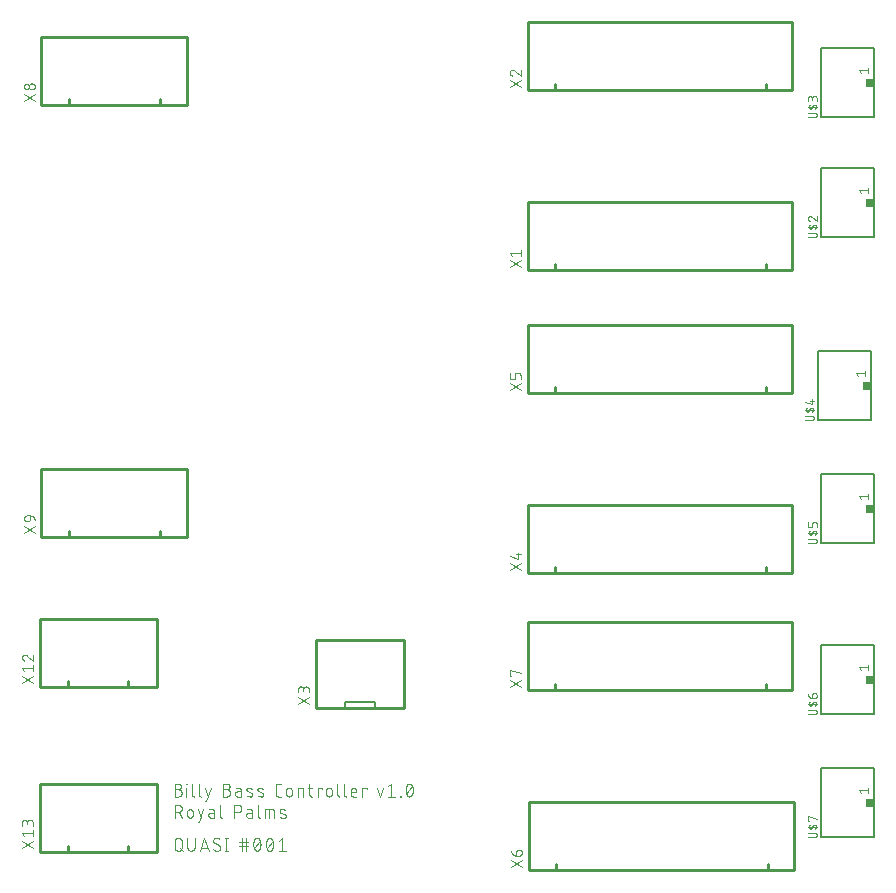
<source format=gbr>
G04 EAGLE Gerber RS-274X export*
G75*
%MOMM*%
%FSLAX34Y34*%
%LPD*%
%INSilkscreen Top*%
%IPPOS*%
%AMOC8*
5,1,8,0,0,1.08239X$1,22.5*%
G01*
%ADD10C,0.101600*%
%ADD11C,0.254000*%
%ADD12C,0.200000*%
%ADD13C,0.127000*%
%ADD14C,0.076200*%
%ADD15R,0.635000X0.635000*%


D10*
X170688Y113510D02*
X173739Y113510D01*
X173848Y113508D01*
X173957Y113502D01*
X174065Y113493D01*
X174173Y113479D01*
X174281Y113462D01*
X174388Y113440D01*
X174494Y113415D01*
X174599Y113386D01*
X174703Y113354D01*
X174805Y113318D01*
X174907Y113278D01*
X175006Y113234D01*
X175105Y113187D01*
X175201Y113137D01*
X175296Y113083D01*
X175388Y113026D01*
X175479Y112965D01*
X175567Y112901D01*
X175653Y112835D01*
X175737Y112765D01*
X175818Y112692D01*
X175896Y112616D01*
X175972Y112538D01*
X176045Y112457D01*
X176115Y112373D01*
X176181Y112287D01*
X176245Y112199D01*
X176306Y112108D01*
X176363Y112016D01*
X176417Y111921D01*
X176467Y111825D01*
X176514Y111726D01*
X176558Y111627D01*
X176598Y111525D01*
X176634Y111423D01*
X176666Y111319D01*
X176695Y111214D01*
X176720Y111108D01*
X176742Y111001D01*
X176759Y110893D01*
X176773Y110785D01*
X176782Y110677D01*
X176788Y110568D01*
X176790Y110459D01*
X176788Y110350D01*
X176782Y110241D01*
X176773Y110133D01*
X176759Y110025D01*
X176742Y109917D01*
X176720Y109810D01*
X176695Y109704D01*
X176666Y109599D01*
X176634Y109495D01*
X176598Y109393D01*
X176558Y109291D01*
X176514Y109192D01*
X176467Y109093D01*
X176417Y108997D01*
X176363Y108902D01*
X176306Y108810D01*
X176245Y108719D01*
X176181Y108631D01*
X176115Y108545D01*
X176045Y108461D01*
X175972Y108380D01*
X175896Y108302D01*
X175818Y108226D01*
X175737Y108153D01*
X175653Y108083D01*
X175567Y108017D01*
X175479Y107953D01*
X175388Y107892D01*
X175296Y107835D01*
X175201Y107781D01*
X175105Y107731D01*
X175006Y107684D01*
X174907Y107640D01*
X174805Y107600D01*
X174703Y107564D01*
X174599Y107532D01*
X174494Y107503D01*
X174388Y107478D01*
X174281Y107456D01*
X174173Y107439D01*
X174065Y107425D01*
X173957Y107416D01*
X173848Y107410D01*
X173739Y107408D01*
X170688Y107408D01*
X170688Y118392D01*
X173739Y118392D01*
X173836Y118390D01*
X173933Y118384D01*
X174030Y118375D01*
X174126Y118361D01*
X174221Y118344D01*
X174316Y118323D01*
X174410Y118298D01*
X174503Y118270D01*
X174594Y118237D01*
X174684Y118202D01*
X174773Y118162D01*
X174860Y118119D01*
X174945Y118073D01*
X175029Y118023D01*
X175110Y117970D01*
X175189Y117914D01*
X175266Y117855D01*
X175341Y117793D01*
X175413Y117728D01*
X175482Y117660D01*
X175549Y117589D01*
X175612Y117516D01*
X175673Y117440D01*
X175731Y117362D01*
X175785Y117282D01*
X175837Y117199D01*
X175885Y117115D01*
X175929Y117029D01*
X175970Y116941D01*
X176008Y116851D01*
X176042Y116760D01*
X176072Y116668D01*
X176099Y116575D01*
X176122Y116481D01*
X176141Y116385D01*
X176156Y116290D01*
X176168Y116193D01*
X176176Y116097D01*
X176180Y116000D01*
X176180Y115902D01*
X176176Y115805D01*
X176168Y115709D01*
X176156Y115612D01*
X176141Y115517D01*
X176122Y115421D01*
X176099Y115327D01*
X176072Y115234D01*
X176042Y115142D01*
X176008Y115051D01*
X175970Y114961D01*
X175929Y114873D01*
X175885Y114787D01*
X175837Y114703D01*
X175785Y114620D01*
X175731Y114540D01*
X175673Y114462D01*
X175612Y114386D01*
X175549Y114313D01*
X175482Y114242D01*
X175413Y114174D01*
X175341Y114109D01*
X175266Y114047D01*
X175189Y113988D01*
X175110Y113932D01*
X175029Y113879D01*
X174945Y113829D01*
X174860Y113783D01*
X174773Y113740D01*
X174684Y113700D01*
X174594Y113665D01*
X174503Y113632D01*
X174410Y113604D01*
X174316Y113579D01*
X174221Y113558D01*
X174126Y113541D01*
X174030Y113527D01*
X173933Y113518D01*
X173836Y113512D01*
X173739Y113510D01*
X180774Y114731D02*
X180774Y107408D01*
X180469Y117782D02*
X180469Y118392D01*
X181080Y118392D01*
X181080Y117782D01*
X180469Y117782D01*
X185308Y118392D02*
X185308Y109239D01*
X185310Y109154D01*
X185316Y109070D01*
X185326Y108986D01*
X185339Y108903D01*
X185357Y108820D01*
X185378Y108738D01*
X185403Y108657D01*
X185432Y108578D01*
X185464Y108499D01*
X185500Y108423D01*
X185539Y108348D01*
X185582Y108275D01*
X185628Y108204D01*
X185678Y108136D01*
X185730Y108069D01*
X185786Y108005D01*
X185844Y107944D01*
X185905Y107886D01*
X185969Y107830D01*
X186036Y107778D01*
X186104Y107728D01*
X186175Y107682D01*
X186248Y107639D01*
X186323Y107600D01*
X186399Y107564D01*
X186478Y107532D01*
X186557Y107503D01*
X186638Y107478D01*
X186720Y107457D01*
X186803Y107439D01*
X186886Y107426D01*
X186970Y107416D01*
X187054Y107410D01*
X187139Y107408D01*
X191068Y109239D02*
X191068Y118392D01*
X191068Y109239D02*
X191070Y109154D01*
X191076Y109070D01*
X191086Y108986D01*
X191099Y108903D01*
X191117Y108820D01*
X191138Y108738D01*
X191163Y108657D01*
X191192Y108578D01*
X191224Y108499D01*
X191260Y108423D01*
X191299Y108348D01*
X191342Y108275D01*
X191388Y108204D01*
X191438Y108136D01*
X191490Y108069D01*
X191546Y108005D01*
X191604Y107944D01*
X191665Y107886D01*
X191729Y107830D01*
X191796Y107778D01*
X191864Y107728D01*
X191935Y107682D01*
X192008Y107639D01*
X192083Y107600D01*
X192159Y107564D01*
X192238Y107532D01*
X192317Y107503D01*
X192398Y107478D01*
X192480Y107457D01*
X192563Y107439D01*
X192646Y107426D01*
X192730Y107416D01*
X192814Y107410D01*
X192899Y107408D01*
X196333Y103747D02*
X197554Y103747D01*
X201215Y114731D01*
X196333Y114731D02*
X198774Y107408D01*
X211728Y113510D02*
X214779Y113510D01*
X214888Y113508D01*
X214997Y113502D01*
X215105Y113493D01*
X215213Y113479D01*
X215321Y113462D01*
X215428Y113440D01*
X215534Y113415D01*
X215639Y113386D01*
X215743Y113354D01*
X215845Y113318D01*
X215947Y113278D01*
X216046Y113234D01*
X216145Y113187D01*
X216241Y113137D01*
X216336Y113083D01*
X216428Y113026D01*
X216519Y112965D01*
X216607Y112901D01*
X216693Y112835D01*
X216777Y112765D01*
X216858Y112692D01*
X216936Y112616D01*
X217012Y112538D01*
X217085Y112457D01*
X217155Y112373D01*
X217221Y112287D01*
X217285Y112199D01*
X217346Y112108D01*
X217403Y112016D01*
X217457Y111921D01*
X217507Y111825D01*
X217554Y111726D01*
X217598Y111627D01*
X217638Y111525D01*
X217674Y111423D01*
X217706Y111319D01*
X217735Y111214D01*
X217760Y111108D01*
X217782Y111001D01*
X217799Y110893D01*
X217813Y110785D01*
X217822Y110677D01*
X217828Y110568D01*
X217830Y110459D01*
X217828Y110350D01*
X217822Y110241D01*
X217813Y110133D01*
X217799Y110025D01*
X217782Y109917D01*
X217760Y109810D01*
X217735Y109704D01*
X217706Y109599D01*
X217674Y109495D01*
X217638Y109393D01*
X217598Y109291D01*
X217554Y109192D01*
X217507Y109093D01*
X217457Y108997D01*
X217403Y108902D01*
X217346Y108810D01*
X217285Y108719D01*
X217221Y108631D01*
X217155Y108545D01*
X217085Y108461D01*
X217012Y108380D01*
X216936Y108302D01*
X216858Y108226D01*
X216777Y108153D01*
X216693Y108083D01*
X216607Y108017D01*
X216519Y107953D01*
X216428Y107892D01*
X216336Y107835D01*
X216241Y107781D01*
X216145Y107731D01*
X216046Y107684D01*
X215947Y107640D01*
X215845Y107600D01*
X215743Y107564D01*
X215639Y107532D01*
X215534Y107503D01*
X215428Y107478D01*
X215321Y107456D01*
X215213Y107439D01*
X215105Y107425D01*
X214997Y107416D01*
X214888Y107410D01*
X214779Y107408D01*
X211728Y107408D01*
X211728Y118392D01*
X214779Y118392D01*
X214876Y118390D01*
X214973Y118384D01*
X215070Y118375D01*
X215166Y118361D01*
X215261Y118344D01*
X215356Y118323D01*
X215450Y118298D01*
X215543Y118270D01*
X215634Y118237D01*
X215724Y118202D01*
X215813Y118162D01*
X215900Y118119D01*
X215985Y118073D01*
X216069Y118023D01*
X216150Y117970D01*
X216229Y117914D01*
X216306Y117855D01*
X216381Y117793D01*
X216453Y117728D01*
X216522Y117660D01*
X216589Y117589D01*
X216652Y117516D01*
X216713Y117440D01*
X216771Y117362D01*
X216825Y117282D01*
X216877Y117199D01*
X216925Y117115D01*
X216969Y117029D01*
X217010Y116941D01*
X217048Y116851D01*
X217082Y116760D01*
X217112Y116668D01*
X217139Y116575D01*
X217162Y116481D01*
X217181Y116385D01*
X217196Y116290D01*
X217208Y116193D01*
X217216Y116097D01*
X217220Y116000D01*
X217220Y115902D01*
X217216Y115805D01*
X217208Y115709D01*
X217196Y115612D01*
X217181Y115517D01*
X217162Y115421D01*
X217139Y115327D01*
X217112Y115234D01*
X217082Y115142D01*
X217048Y115051D01*
X217010Y114961D01*
X216969Y114873D01*
X216925Y114787D01*
X216877Y114703D01*
X216825Y114620D01*
X216771Y114540D01*
X216713Y114462D01*
X216652Y114386D01*
X216589Y114313D01*
X216522Y114242D01*
X216453Y114174D01*
X216381Y114109D01*
X216306Y114047D01*
X216229Y113988D01*
X216150Y113932D01*
X216069Y113879D01*
X215985Y113829D01*
X215900Y113783D01*
X215813Y113740D01*
X215724Y113700D01*
X215634Y113665D01*
X215543Y113632D01*
X215450Y113604D01*
X215356Y113579D01*
X215261Y113558D01*
X215166Y113541D01*
X215070Y113527D01*
X214973Y113518D01*
X214876Y113512D01*
X214779Y113510D01*
X223972Y111680D02*
X226718Y111680D01*
X223972Y111680D02*
X223881Y111678D01*
X223791Y111672D01*
X223701Y111663D01*
X223611Y111649D01*
X223522Y111632D01*
X223434Y111611D01*
X223347Y111586D01*
X223260Y111558D01*
X223176Y111526D01*
X223092Y111490D01*
X223010Y111451D01*
X222930Y111409D01*
X222852Y111363D01*
X222776Y111314D01*
X222702Y111261D01*
X222630Y111206D01*
X222561Y111147D01*
X222494Y111086D01*
X222430Y111022D01*
X222369Y110955D01*
X222310Y110886D01*
X222255Y110814D01*
X222202Y110740D01*
X222153Y110664D01*
X222107Y110586D01*
X222065Y110506D01*
X222026Y110424D01*
X221990Y110340D01*
X221958Y110256D01*
X221930Y110169D01*
X221905Y110082D01*
X221884Y109994D01*
X221867Y109905D01*
X221853Y109815D01*
X221844Y109725D01*
X221838Y109635D01*
X221836Y109544D01*
X221838Y109453D01*
X221844Y109363D01*
X221853Y109273D01*
X221867Y109183D01*
X221884Y109094D01*
X221905Y109006D01*
X221930Y108919D01*
X221958Y108832D01*
X221990Y108748D01*
X222026Y108664D01*
X222065Y108582D01*
X222107Y108502D01*
X222153Y108424D01*
X222202Y108348D01*
X222255Y108274D01*
X222310Y108202D01*
X222369Y108133D01*
X222430Y108066D01*
X222494Y108002D01*
X222561Y107941D01*
X222630Y107882D01*
X222702Y107827D01*
X222776Y107774D01*
X222852Y107725D01*
X222930Y107679D01*
X223010Y107637D01*
X223092Y107598D01*
X223176Y107562D01*
X223260Y107530D01*
X223347Y107502D01*
X223434Y107477D01*
X223522Y107456D01*
X223611Y107439D01*
X223701Y107425D01*
X223791Y107416D01*
X223881Y107410D01*
X223972Y107408D01*
X226718Y107408D01*
X226718Y112900D01*
X226716Y112985D01*
X226710Y113069D01*
X226700Y113153D01*
X226687Y113236D01*
X226669Y113319D01*
X226648Y113401D01*
X226623Y113482D01*
X226594Y113561D01*
X226562Y113640D01*
X226526Y113716D01*
X226487Y113791D01*
X226444Y113864D01*
X226398Y113935D01*
X226348Y114003D01*
X226296Y114070D01*
X226240Y114134D01*
X226182Y114195D01*
X226121Y114253D01*
X226057Y114309D01*
X225990Y114361D01*
X225922Y114411D01*
X225851Y114457D01*
X225778Y114500D01*
X225703Y114539D01*
X225627Y114575D01*
X225548Y114607D01*
X225469Y114636D01*
X225388Y114661D01*
X225306Y114682D01*
X225223Y114700D01*
X225140Y114713D01*
X225056Y114723D01*
X224972Y114729D01*
X224887Y114731D01*
X222446Y114731D01*
X232529Y111680D02*
X235580Y110459D01*
X232528Y111680D02*
X232456Y111711D01*
X232386Y111746D01*
X232317Y111783D01*
X232251Y111825D01*
X232186Y111869D01*
X232124Y111917D01*
X232064Y111967D01*
X232007Y112021D01*
X231952Y112077D01*
X231901Y112136D01*
X231852Y112198D01*
X231806Y112262D01*
X231764Y112327D01*
X231725Y112395D01*
X231689Y112465D01*
X231657Y112537D01*
X231629Y112610D01*
X231604Y112684D01*
X231583Y112760D01*
X231565Y112836D01*
X231552Y112913D01*
X231542Y112991D01*
X231536Y113069D01*
X231534Y113148D01*
X231536Y113226D01*
X231542Y113304D01*
X231551Y113382D01*
X231565Y113459D01*
X231582Y113536D01*
X231603Y113611D01*
X231628Y113686D01*
X231656Y113759D01*
X231688Y113830D01*
X231724Y113900D01*
X231763Y113968D01*
X231805Y114034D01*
X231850Y114098D01*
X231899Y114160D01*
X231950Y114219D01*
X232005Y114275D01*
X232062Y114329D01*
X232122Y114380D01*
X232184Y114427D01*
X232248Y114472D01*
X232315Y114513D01*
X232384Y114551D01*
X232454Y114586D01*
X232526Y114617D01*
X232599Y114644D01*
X232674Y114668D01*
X232750Y114688D01*
X232827Y114704D01*
X232904Y114717D01*
X232982Y114725D01*
X233060Y114730D01*
X233139Y114731D01*
X233306Y114727D01*
X233472Y114719D01*
X233638Y114706D01*
X233804Y114690D01*
X233969Y114669D01*
X234134Y114645D01*
X234298Y114617D01*
X234462Y114585D01*
X234625Y114548D01*
X234786Y114508D01*
X234947Y114464D01*
X235107Y114417D01*
X235265Y114365D01*
X235422Y114310D01*
X235578Y114251D01*
X235732Y114188D01*
X235885Y114121D01*
X235580Y110459D02*
X235652Y110428D01*
X235722Y110393D01*
X235791Y110356D01*
X235857Y110314D01*
X235922Y110270D01*
X235984Y110222D01*
X236044Y110172D01*
X236101Y110118D01*
X236156Y110062D01*
X236207Y110003D01*
X236256Y109941D01*
X236302Y109877D01*
X236344Y109812D01*
X236383Y109744D01*
X236419Y109674D01*
X236451Y109602D01*
X236479Y109529D01*
X236504Y109455D01*
X236525Y109379D01*
X236543Y109303D01*
X236556Y109226D01*
X236566Y109148D01*
X236572Y109070D01*
X236574Y108991D01*
X236572Y108913D01*
X236566Y108835D01*
X236557Y108757D01*
X236543Y108680D01*
X236526Y108603D01*
X236505Y108528D01*
X236480Y108453D01*
X236452Y108380D01*
X236420Y108309D01*
X236384Y108239D01*
X236345Y108171D01*
X236303Y108105D01*
X236258Y108041D01*
X236209Y107979D01*
X236158Y107920D01*
X236103Y107864D01*
X236046Y107810D01*
X235986Y107759D01*
X235924Y107712D01*
X235860Y107667D01*
X235793Y107626D01*
X235724Y107588D01*
X235654Y107553D01*
X235582Y107522D01*
X235509Y107495D01*
X235434Y107471D01*
X235358Y107451D01*
X235281Y107435D01*
X235204Y107422D01*
X235126Y107414D01*
X235048Y107409D01*
X234969Y107408D01*
X234725Y107414D01*
X234480Y107427D01*
X234236Y107445D01*
X233992Y107468D01*
X233749Y107498D01*
X233507Y107533D01*
X233266Y107574D01*
X233025Y107621D01*
X232786Y107673D01*
X232548Y107731D01*
X232312Y107794D01*
X232077Y107863D01*
X231844Y107938D01*
X231613Y108018D01*
X241889Y111680D02*
X244940Y110459D01*
X241888Y111680D02*
X241816Y111711D01*
X241746Y111746D01*
X241677Y111783D01*
X241611Y111825D01*
X241546Y111869D01*
X241484Y111917D01*
X241424Y111967D01*
X241367Y112021D01*
X241312Y112077D01*
X241261Y112136D01*
X241212Y112198D01*
X241166Y112262D01*
X241124Y112327D01*
X241085Y112395D01*
X241049Y112465D01*
X241017Y112537D01*
X240989Y112610D01*
X240964Y112684D01*
X240943Y112760D01*
X240925Y112836D01*
X240912Y112913D01*
X240902Y112991D01*
X240896Y113069D01*
X240894Y113148D01*
X240896Y113226D01*
X240902Y113304D01*
X240911Y113382D01*
X240925Y113459D01*
X240942Y113536D01*
X240963Y113611D01*
X240988Y113686D01*
X241016Y113759D01*
X241048Y113830D01*
X241084Y113900D01*
X241123Y113968D01*
X241165Y114034D01*
X241210Y114098D01*
X241259Y114160D01*
X241310Y114219D01*
X241365Y114275D01*
X241422Y114329D01*
X241482Y114380D01*
X241544Y114427D01*
X241608Y114472D01*
X241675Y114513D01*
X241744Y114551D01*
X241814Y114586D01*
X241886Y114617D01*
X241959Y114644D01*
X242034Y114668D01*
X242110Y114688D01*
X242187Y114704D01*
X242264Y114717D01*
X242342Y114725D01*
X242420Y114730D01*
X242499Y114731D01*
X242666Y114727D01*
X242832Y114719D01*
X242998Y114706D01*
X243164Y114690D01*
X243329Y114669D01*
X243494Y114645D01*
X243658Y114617D01*
X243822Y114585D01*
X243985Y114548D01*
X244146Y114508D01*
X244307Y114464D01*
X244467Y114417D01*
X244625Y114365D01*
X244782Y114310D01*
X244938Y114251D01*
X245092Y114188D01*
X245245Y114121D01*
X244940Y110459D02*
X245012Y110428D01*
X245082Y110393D01*
X245151Y110356D01*
X245217Y110314D01*
X245282Y110270D01*
X245344Y110222D01*
X245404Y110172D01*
X245461Y110118D01*
X245516Y110062D01*
X245567Y110003D01*
X245616Y109941D01*
X245662Y109877D01*
X245704Y109812D01*
X245743Y109744D01*
X245779Y109674D01*
X245811Y109602D01*
X245839Y109529D01*
X245864Y109455D01*
X245885Y109379D01*
X245903Y109303D01*
X245916Y109226D01*
X245926Y109148D01*
X245932Y109070D01*
X245934Y108991D01*
X245932Y108913D01*
X245926Y108835D01*
X245917Y108757D01*
X245903Y108680D01*
X245886Y108603D01*
X245865Y108528D01*
X245840Y108453D01*
X245812Y108380D01*
X245780Y108309D01*
X245744Y108239D01*
X245705Y108171D01*
X245663Y108105D01*
X245618Y108041D01*
X245569Y107979D01*
X245518Y107920D01*
X245463Y107864D01*
X245406Y107810D01*
X245346Y107759D01*
X245284Y107712D01*
X245220Y107667D01*
X245153Y107626D01*
X245084Y107588D01*
X245014Y107553D01*
X244942Y107522D01*
X244869Y107495D01*
X244794Y107471D01*
X244718Y107451D01*
X244641Y107435D01*
X244564Y107422D01*
X244486Y107414D01*
X244408Y107409D01*
X244329Y107408D01*
X244085Y107414D01*
X243840Y107427D01*
X243596Y107445D01*
X243352Y107468D01*
X243109Y107498D01*
X242867Y107533D01*
X242626Y107574D01*
X242385Y107621D01*
X242146Y107673D01*
X241908Y107731D01*
X241672Y107794D01*
X241437Y107863D01*
X241204Y107938D01*
X240973Y108018D01*
X258612Y107408D02*
X261053Y107408D01*
X258612Y107408D02*
X258516Y107410D01*
X258420Y107416D01*
X258325Y107425D01*
X258230Y107438D01*
X258136Y107455D01*
X258042Y107475D01*
X257949Y107500D01*
X257858Y107527D01*
X257767Y107559D01*
X257678Y107594D01*
X257590Y107632D01*
X257504Y107674D01*
X257419Y107719D01*
X257337Y107768D01*
X257256Y107819D01*
X257177Y107874D01*
X257101Y107932D01*
X257027Y107993D01*
X256955Y108057D01*
X256886Y108123D01*
X256820Y108192D01*
X256756Y108264D01*
X256695Y108338D01*
X256637Y108414D01*
X256582Y108493D01*
X256531Y108574D01*
X256482Y108656D01*
X256437Y108741D01*
X256395Y108827D01*
X256357Y108915D01*
X256322Y109004D01*
X256290Y109095D01*
X256263Y109186D01*
X256238Y109279D01*
X256218Y109373D01*
X256201Y109467D01*
X256188Y109562D01*
X256179Y109657D01*
X256173Y109753D01*
X256171Y109849D01*
X256171Y115951D01*
X256173Y116049D01*
X256179Y116147D01*
X256189Y116245D01*
X256203Y116343D01*
X256220Y116439D01*
X256242Y116535D01*
X256267Y116630D01*
X256297Y116724D01*
X256330Y116817D01*
X256366Y116908D01*
X256407Y116997D01*
X256451Y117085D01*
X256498Y117171D01*
X256549Y117256D01*
X256603Y117338D01*
X256661Y117417D01*
X256721Y117495D01*
X256785Y117570D01*
X256852Y117642D01*
X256921Y117711D01*
X256993Y117778D01*
X257068Y117842D01*
X257146Y117902D01*
X257225Y117960D01*
X257307Y118014D01*
X257391Y118065D01*
X257478Y118112D01*
X257566Y118156D01*
X257655Y118197D01*
X257746Y118233D01*
X257839Y118266D01*
X257933Y118296D01*
X258028Y118321D01*
X258124Y118343D01*
X258220Y118360D01*
X258318Y118374D01*
X258416Y118384D01*
X258514Y118390D01*
X258612Y118392D01*
X261053Y118392D01*
X265093Y112290D02*
X265093Y109849D01*
X265093Y112290D02*
X265095Y112387D01*
X265101Y112484D01*
X265110Y112581D01*
X265124Y112677D01*
X265141Y112772D01*
X265162Y112867D01*
X265187Y112961D01*
X265215Y113054D01*
X265248Y113145D01*
X265283Y113235D01*
X265323Y113324D01*
X265366Y113411D01*
X265412Y113496D01*
X265462Y113580D01*
X265515Y113661D01*
X265571Y113740D01*
X265630Y113817D01*
X265692Y113892D01*
X265757Y113964D01*
X265825Y114033D01*
X265896Y114100D01*
X265969Y114163D01*
X266045Y114224D01*
X266123Y114282D01*
X266203Y114336D01*
X266286Y114388D01*
X266370Y114436D01*
X266456Y114480D01*
X266544Y114521D01*
X266634Y114559D01*
X266725Y114593D01*
X266817Y114623D01*
X266910Y114650D01*
X267004Y114673D01*
X267100Y114692D01*
X267195Y114707D01*
X267292Y114719D01*
X267388Y114727D01*
X267485Y114731D01*
X267583Y114731D01*
X267680Y114727D01*
X267776Y114719D01*
X267873Y114707D01*
X267968Y114692D01*
X268064Y114673D01*
X268158Y114650D01*
X268251Y114623D01*
X268343Y114593D01*
X268434Y114559D01*
X268524Y114521D01*
X268612Y114480D01*
X268698Y114436D01*
X268782Y114388D01*
X268865Y114336D01*
X268945Y114282D01*
X269023Y114224D01*
X269099Y114163D01*
X269172Y114100D01*
X269243Y114033D01*
X269311Y113964D01*
X269376Y113892D01*
X269438Y113817D01*
X269497Y113740D01*
X269553Y113661D01*
X269606Y113580D01*
X269656Y113496D01*
X269702Y113411D01*
X269745Y113324D01*
X269785Y113235D01*
X269820Y113145D01*
X269853Y113054D01*
X269881Y112961D01*
X269906Y112867D01*
X269927Y112772D01*
X269944Y112677D01*
X269958Y112581D01*
X269967Y112484D01*
X269973Y112387D01*
X269975Y112290D01*
X269975Y109849D01*
X269973Y109752D01*
X269967Y109655D01*
X269958Y109558D01*
X269944Y109462D01*
X269927Y109367D01*
X269906Y109272D01*
X269881Y109178D01*
X269853Y109085D01*
X269820Y108994D01*
X269785Y108904D01*
X269745Y108815D01*
X269702Y108728D01*
X269656Y108643D01*
X269606Y108559D01*
X269553Y108478D01*
X269497Y108399D01*
X269438Y108322D01*
X269376Y108247D01*
X269311Y108175D01*
X269243Y108106D01*
X269172Y108039D01*
X269099Y107976D01*
X269023Y107915D01*
X268945Y107857D01*
X268865Y107803D01*
X268782Y107751D01*
X268698Y107703D01*
X268612Y107659D01*
X268524Y107618D01*
X268434Y107580D01*
X268343Y107546D01*
X268251Y107516D01*
X268158Y107489D01*
X268064Y107466D01*
X267968Y107447D01*
X267873Y107432D01*
X267776Y107420D01*
X267680Y107412D01*
X267583Y107408D01*
X267485Y107408D01*
X267388Y107412D01*
X267292Y107420D01*
X267195Y107432D01*
X267100Y107447D01*
X267004Y107466D01*
X266910Y107489D01*
X266817Y107516D01*
X266725Y107546D01*
X266634Y107580D01*
X266544Y107618D01*
X266456Y107659D01*
X266370Y107703D01*
X266286Y107751D01*
X266203Y107803D01*
X266123Y107857D01*
X266045Y107915D01*
X265969Y107976D01*
X265896Y108039D01*
X265825Y108106D01*
X265757Y108175D01*
X265692Y108247D01*
X265630Y108322D01*
X265571Y108399D01*
X265515Y108478D01*
X265462Y108559D01*
X265412Y108643D01*
X265366Y108728D01*
X265323Y108815D01*
X265283Y108904D01*
X265248Y108994D01*
X265215Y109085D01*
X265187Y109178D01*
X265162Y109272D01*
X265141Y109367D01*
X265124Y109462D01*
X265110Y109558D01*
X265101Y109655D01*
X265095Y109752D01*
X265093Y109849D01*
X274813Y107408D02*
X274813Y114731D01*
X277864Y114731D01*
X277949Y114729D01*
X278033Y114723D01*
X278117Y114713D01*
X278200Y114700D01*
X278283Y114682D01*
X278365Y114661D01*
X278446Y114636D01*
X278525Y114607D01*
X278604Y114575D01*
X278680Y114539D01*
X278755Y114500D01*
X278828Y114457D01*
X278899Y114411D01*
X278967Y114361D01*
X279034Y114309D01*
X279098Y114253D01*
X279159Y114195D01*
X279217Y114134D01*
X279273Y114070D01*
X279325Y114003D01*
X279375Y113935D01*
X279421Y113864D01*
X279464Y113791D01*
X279503Y113716D01*
X279539Y113640D01*
X279571Y113561D01*
X279600Y113482D01*
X279625Y113401D01*
X279646Y113319D01*
X279664Y113236D01*
X279677Y113153D01*
X279687Y113069D01*
X279693Y112985D01*
X279695Y112900D01*
X279695Y107408D01*
X283614Y114731D02*
X287275Y114731D01*
X284834Y118392D02*
X284834Y109239D01*
X284836Y109154D01*
X284842Y109070D01*
X284852Y108986D01*
X284865Y108903D01*
X284883Y108820D01*
X284904Y108738D01*
X284929Y108657D01*
X284958Y108578D01*
X284990Y108499D01*
X285026Y108423D01*
X285065Y108348D01*
X285108Y108275D01*
X285154Y108204D01*
X285204Y108136D01*
X285256Y108069D01*
X285312Y108005D01*
X285370Y107944D01*
X285431Y107886D01*
X285495Y107830D01*
X285562Y107778D01*
X285630Y107728D01*
X285701Y107682D01*
X285774Y107639D01*
X285849Y107600D01*
X285925Y107564D01*
X286004Y107532D01*
X286083Y107503D01*
X286164Y107478D01*
X286246Y107457D01*
X286329Y107439D01*
X286412Y107426D01*
X286496Y107416D01*
X286580Y107410D01*
X286665Y107408D01*
X287275Y107408D01*
X291798Y107408D02*
X291798Y114731D01*
X295459Y114731D01*
X295459Y113510D01*
X298933Y112290D02*
X298933Y109849D01*
X298933Y112290D02*
X298935Y112387D01*
X298941Y112484D01*
X298950Y112581D01*
X298964Y112677D01*
X298981Y112772D01*
X299002Y112867D01*
X299027Y112961D01*
X299055Y113054D01*
X299088Y113145D01*
X299123Y113235D01*
X299163Y113324D01*
X299206Y113411D01*
X299252Y113496D01*
X299302Y113580D01*
X299355Y113661D01*
X299411Y113740D01*
X299470Y113817D01*
X299532Y113892D01*
X299597Y113964D01*
X299665Y114033D01*
X299736Y114100D01*
X299809Y114163D01*
X299885Y114224D01*
X299963Y114282D01*
X300043Y114336D01*
X300126Y114388D01*
X300210Y114436D01*
X300296Y114480D01*
X300384Y114521D01*
X300474Y114559D01*
X300565Y114593D01*
X300657Y114623D01*
X300750Y114650D01*
X300844Y114673D01*
X300940Y114692D01*
X301035Y114707D01*
X301132Y114719D01*
X301228Y114727D01*
X301325Y114731D01*
X301423Y114731D01*
X301520Y114727D01*
X301616Y114719D01*
X301713Y114707D01*
X301808Y114692D01*
X301904Y114673D01*
X301998Y114650D01*
X302091Y114623D01*
X302183Y114593D01*
X302274Y114559D01*
X302364Y114521D01*
X302452Y114480D01*
X302538Y114436D01*
X302622Y114388D01*
X302705Y114336D01*
X302785Y114282D01*
X302863Y114224D01*
X302939Y114163D01*
X303012Y114100D01*
X303083Y114033D01*
X303151Y113964D01*
X303216Y113892D01*
X303278Y113817D01*
X303337Y113740D01*
X303393Y113661D01*
X303446Y113580D01*
X303496Y113496D01*
X303542Y113411D01*
X303585Y113324D01*
X303625Y113235D01*
X303660Y113145D01*
X303693Y113054D01*
X303721Y112961D01*
X303746Y112867D01*
X303767Y112772D01*
X303784Y112677D01*
X303798Y112581D01*
X303807Y112484D01*
X303813Y112387D01*
X303815Y112290D01*
X303815Y109849D01*
X303813Y109752D01*
X303807Y109655D01*
X303798Y109558D01*
X303784Y109462D01*
X303767Y109367D01*
X303746Y109272D01*
X303721Y109178D01*
X303693Y109085D01*
X303660Y108994D01*
X303625Y108904D01*
X303585Y108815D01*
X303542Y108728D01*
X303496Y108643D01*
X303446Y108559D01*
X303393Y108478D01*
X303337Y108399D01*
X303278Y108322D01*
X303216Y108247D01*
X303151Y108175D01*
X303083Y108106D01*
X303012Y108039D01*
X302939Y107976D01*
X302863Y107915D01*
X302785Y107857D01*
X302705Y107803D01*
X302622Y107751D01*
X302538Y107703D01*
X302452Y107659D01*
X302364Y107618D01*
X302274Y107580D01*
X302183Y107546D01*
X302091Y107516D01*
X301998Y107489D01*
X301904Y107466D01*
X301808Y107447D01*
X301713Y107432D01*
X301616Y107420D01*
X301520Y107412D01*
X301423Y107408D01*
X301325Y107408D01*
X301228Y107412D01*
X301132Y107420D01*
X301035Y107432D01*
X300940Y107447D01*
X300844Y107466D01*
X300750Y107489D01*
X300657Y107516D01*
X300565Y107546D01*
X300474Y107580D01*
X300384Y107618D01*
X300296Y107659D01*
X300210Y107703D01*
X300126Y107751D01*
X300043Y107803D01*
X299963Y107857D01*
X299885Y107915D01*
X299809Y107976D01*
X299736Y108039D01*
X299665Y108106D01*
X299597Y108175D01*
X299532Y108247D01*
X299470Y108322D01*
X299411Y108399D01*
X299355Y108478D01*
X299302Y108559D01*
X299252Y108643D01*
X299206Y108728D01*
X299163Y108815D01*
X299123Y108904D01*
X299088Y108994D01*
X299055Y109085D01*
X299027Y109178D01*
X299002Y109272D01*
X298981Y109367D01*
X298964Y109462D01*
X298950Y109558D01*
X298941Y109655D01*
X298935Y109752D01*
X298933Y109849D01*
X308428Y109239D02*
X308428Y118392D01*
X308428Y109239D02*
X308430Y109154D01*
X308436Y109070D01*
X308446Y108986D01*
X308459Y108903D01*
X308477Y108820D01*
X308498Y108738D01*
X308523Y108657D01*
X308552Y108578D01*
X308584Y108499D01*
X308620Y108423D01*
X308659Y108348D01*
X308702Y108275D01*
X308748Y108204D01*
X308798Y108136D01*
X308850Y108069D01*
X308906Y108005D01*
X308964Y107944D01*
X309025Y107886D01*
X309089Y107830D01*
X309156Y107778D01*
X309224Y107728D01*
X309295Y107682D01*
X309368Y107639D01*
X309443Y107600D01*
X309519Y107564D01*
X309598Y107532D01*
X309677Y107503D01*
X309758Y107478D01*
X309840Y107457D01*
X309923Y107439D01*
X310006Y107426D01*
X310090Y107416D01*
X310174Y107410D01*
X310259Y107408D01*
X314188Y109239D02*
X314188Y118392D01*
X314188Y109239D02*
X314190Y109154D01*
X314196Y109070D01*
X314206Y108986D01*
X314219Y108903D01*
X314237Y108820D01*
X314258Y108738D01*
X314283Y108657D01*
X314312Y108578D01*
X314344Y108499D01*
X314380Y108423D01*
X314419Y108348D01*
X314462Y108275D01*
X314508Y108204D01*
X314558Y108136D01*
X314610Y108069D01*
X314666Y108005D01*
X314724Y107944D01*
X314785Y107886D01*
X314849Y107830D01*
X314916Y107778D01*
X314984Y107728D01*
X315055Y107682D01*
X315128Y107639D01*
X315203Y107600D01*
X315279Y107564D01*
X315358Y107532D01*
X315437Y107503D01*
X315518Y107478D01*
X315600Y107457D01*
X315683Y107439D01*
X315766Y107426D01*
X315850Y107416D01*
X315934Y107410D01*
X316019Y107408D01*
X321644Y107408D02*
X324695Y107408D01*
X321644Y107408D02*
X321559Y107410D01*
X321475Y107416D01*
X321391Y107426D01*
X321308Y107439D01*
X321225Y107457D01*
X321143Y107478D01*
X321062Y107503D01*
X320983Y107532D01*
X320904Y107564D01*
X320828Y107600D01*
X320753Y107639D01*
X320680Y107682D01*
X320609Y107728D01*
X320541Y107778D01*
X320474Y107830D01*
X320410Y107886D01*
X320349Y107944D01*
X320291Y108005D01*
X320235Y108069D01*
X320183Y108136D01*
X320133Y108204D01*
X320087Y108275D01*
X320044Y108348D01*
X320005Y108423D01*
X319969Y108499D01*
X319937Y108578D01*
X319908Y108657D01*
X319883Y108738D01*
X319862Y108820D01*
X319844Y108903D01*
X319831Y108986D01*
X319821Y109070D01*
X319815Y109154D01*
X319813Y109239D01*
X319813Y112290D01*
X319815Y112387D01*
X319821Y112484D01*
X319830Y112581D01*
X319844Y112677D01*
X319861Y112772D01*
X319882Y112867D01*
X319907Y112961D01*
X319935Y113054D01*
X319968Y113145D01*
X320003Y113235D01*
X320043Y113324D01*
X320086Y113411D01*
X320132Y113496D01*
X320182Y113580D01*
X320235Y113661D01*
X320291Y113740D01*
X320350Y113817D01*
X320412Y113892D01*
X320477Y113964D01*
X320545Y114033D01*
X320616Y114100D01*
X320689Y114163D01*
X320765Y114224D01*
X320843Y114282D01*
X320923Y114336D01*
X321006Y114388D01*
X321090Y114436D01*
X321176Y114480D01*
X321264Y114521D01*
X321354Y114559D01*
X321445Y114593D01*
X321537Y114623D01*
X321630Y114650D01*
X321724Y114673D01*
X321820Y114692D01*
X321915Y114707D01*
X322012Y114719D01*
X322108Y114727D01*
X322205Y114731D01*
X322303Y114731D01*
X322400Y114727D01*
X322496Y114719D01*
X322593Y114707D01*
X322688Y114692D01*
X322784Y114673D01*
X322878Y114650D01*
X322971Y114623D01*
X323063Y114593D01*
X323154Y114559D01*
X323244Y114521D01*
X323332Y114480D01*
X323418Y114436D01*
X323502Y114388D01*
X323585Y114336D01*
X323665Y114282D01*
X323743Y114224D01*
X323819Y114163D01*
X323892Y114100D01*
X323963Y114033D01*
X324031Y113964D01*
X324096Y113892D01*
X324158Y113817D01*
X324217Y113740D01*
X324273Y113661D01*
X324326Y113580D01*
X324376Y113496D01*
X324422Y113411D01*
X324465Y113324D01*
X324505Y113235D01*
X324540Y113145D01*
X324573Y113054D01*
X324601Y112961D01*
X324626Y112867D01*
X324647Y112772D01*
X324664Y112677D01*
X324678Y112581D01*
X324687Y112484D01*
X324693Y112387D01*
X324695Y112290D01*
X324695Y111069D01*
X319813Y111069D01*
X329598Y107408D02*
X329598Y114731D01*
X333259Y114731D01*
X333259Y113510D01*
X342133Y114731D02*
X344574Y107408D01*
X347015Y114731D01*
X351243Y115951D02*
X354294Y118392D01*
X354294Y107408D01*
X351243Y107408D02*
X357345Y107408D01*
X361549Y107408D02*
X361549Y108018D01*
X362159Y108018D01*
X362159Y107408D01*
X361549Y107408D01*
X366363Y112900D02*
X366366Y113116D01*
X366373Y113332D01*
X366386Y113548D01*
X366404Y113763D01*
X366427Y113978D01*
X366456Y114192D01*
X366489Y114406D01*
X366528Y114618D01*
X366571Y114830D01*
X366620Y115041D01*
X366673Y115250D01*
X366732Y115458D01*
X366795Y115664D01*
X366864Y115869D01*
X366937Y116073D01*
X367015Y116274D01*
X367098Y116474D01*
X367186Y116671D01*
X367278Y116867D01*
X367278Y116866D02*
X367310Y116954D01*
X367346Y117040D01*
X367385Y117125D01*
X367428Y117208D01*
X367474Y117289D01*
X367523Y117368D01*
X367576Y117446D01*
X367632Y117520D01*
X367691Y117593D01*
X367752Y117663D01*
X367817Y117730D01*
X367884Y117795D01*
X367954Y117857D01*
X368027Y117916D01*
X368102Y117971D01*
X368179Y118024D01*
X368258Y118074D01*
X368339Y118120D01*
X368422Y118162D01*
X368507Y118202D01*
X368593Y118237D01*
X368681Y118270D01*
X368770Y118298D01*
X368860Y118323D01*
X368950Y118344D01*
X369042Y118361D01*
X369135Y118375D01*
X369227Y118384D01*
X369321Y118390D01*
X369414Y118392D01*
X369507Y118390D01*
X369601Y118384D01*
X369693Y118375D01*
X369786Y118361D01*
X369878Y118344D01*
X369968Y118323D01*
X370058Y118298D01*
X370147Y118270D01*
X370235Y118237D01*
X370321Y118202D01*
X370406Y118162D01*
X370489Y118120D01*
X370570Y118074D01*
X370649Y118024D01*
X370726Y117971D01*
X370801Y117916D01*
X370874Y117857D01*
X370944Y117795D01*
X371011Y117730D01*
X371076Y117663D01*
X371137Y117593D01*
X371196Y117520D01*
X371252Y117446D01*
X371305Y117368D01*
X371354Y117289D01*
X371400Y117208D01*
X371443Y117125D01*
X371482Y117040D01*
X371518Y116954D01*
X371550Y116866D01*
X371551Y116867D02*
X371643Y116671D01*
X371731Y116474D01*
X371814Y116274D01*
X371892Y116073D01*
X371965Y115869D01*
X372034Y115664D01*
X372097Y115458D01*
X372156Y115250D01*
X372209Y115041D01*
X372258Y114830D01*
X372301Y114618D01*
X372340Y114406D01*
X372373Y114192D01*
X372402Y113978D01*
X372425Y113763D01*
X372443Y113548D01*
X372456Y113332D01*
X372463Y113116D01*
X372466Y112900D01*
X366363Y112900D02*
X366366Y112684D01*
X366373Y112468D01*
X366386Y112252D01*
X366404Y112037D01*
X366427Y111822D01*
X366456Y111608D01*
X366489Y111394D01*
X366528Y111182D01*
X366571Y110970D01*
X366620Y110760D01*
X366673Y110550D01*
X366732Y110342D01*
X366795Y110136D01*
X366864Y109931D01*
X366937Y109727D01*
X367015Y109526D01*
X367098Y109326D01*
X367186Y109129D01*
X367278Y108934D01*
X367310Y108846D01*
X367346Y108760D01*
X367385Y108675D01*
X367428Y108592D01*
X367474Y108511D01*
X367523Y108432D01*
X367576Y108354D01*
X367632Y108280D01*
X367691Y108207D01*
X367752Y108137D01*
X367817Y108070D01*
X367884Y108005D01*
X367954Y107943D01*
X368027Y107884D01*
X368102Y107829D01*
X368179Y107776D01*
X368258Y107726D01*
X368339Y107680D01*
X368422Y107638D01*
X368507Y107598D01*
X368593Y107563D01*
X368681Y107530D01*
X368770Y107502D01*
X368860Y107477D01*
X368950Y107456D01*
X369042Y107439D01*
X369135Y107425D01*
X369227Y107416D01*
X369321Y107410D01*
X369414Y107408D01*
X371550Y108933D02*
X371642Y109129D01*
X371730Y109326D01*
X371813Y109526D01*
X371891Y109727D01*
X371964Y109931D01*
X372033Y110136D01*
X372096Y110342D01*
X372155Y110550D01*
X372208Y110759D01*
X372257Y110970D01*
X372300Y111182D01*
X372339Y111394D01*
X372372Y111608D01*
X372401Y111822D01*
X372424Y112037D01*
X372442Y112252D01*
X372455Y112468D01*
X372462Y112684D01*
X372465Y112900D01*
X371550Y108934D02*
X371518Y108846D01*
X371482Y108760D01*
X371443Y108675D01*
X371400Y108592D01*
X371354Y108511D01*
X371305Y108432D01*
X371252Y108354D01*
X371196Y108280D01*
X371137Y108207D01*
X371076Y108137D01*
X371011Y108070D01*
X370944Y108005D01*
X370874Y107943D01*
X370801Y107884D01*
X370726Y107829D01*
X370649Y107776D01*
X370570Y107726D01*
X370489Y107680D01*
X370406Y107638D01*
X370321Y107598D01*
X370235Y107563D01*
X370147Y107530D01*
X370058Y107502D01*
X369968Y107477D01*
X369878Y107456D01*
X369786Y107439D01*
X369693Y107425D01*
X369601Y107416D01*
X369507Y107410D01*
X369414Y107408D01*
X366973Y109849D02*
X371855Y115951D01*
X170688Y100392D02*
X170688Y89408D01*
X170688Y100392D02*
X173739Y100392D01*
X173848Y100390D01*
X173957Y100384D01*
X174065Y100375D01*
X174173Y100361D01*
X174281Y100344D01*
X174388Y100322D01*
X174494Y100297D01*
X174599Y100268D01*
X174703Y100236D01*
X174805Y100200D01*
X174907Y100160D01*
X175006Y100116D01*
X175105Y100069D01*
X175201Y100019D01*
X175296Y99965D01*
X175388Y99908D01*
X175479Y99847D01*
X175567Y99783D01*
X175653Y99717D01*
X175737Y99647D01*
X175818Y99574D01*
X175896Y99498D01*
X175972Y99420D01*
X176045Y99339D01*
X176115Y99255D01*
X176181Y99169D01*
X176245Y99081D01*
X176306Y98990D01*
X176363Y98898D01*
X176417Y98803D01*
X176467Y98707D01*
X176514Y98608D01*
X176558Y98509D01*
X176598Y98407D01*
X176634Y98305D01*
X176666Y98201D01*
X176695Y98096D01*
X176720Y97990D01*
X176742Y97883D01*
X176759Y97775D01*
X176773Y97667D01*
X176782Y97559D01*
X176788Y97450D01*
X176790Y97341D01*
X176788Y97232D01*
X176782Y97123D01*
X176773Y97015D01*
X176759Y96907D01*
X176742Y96799D01*
X176720Y96692D01*
X176695Y96586D01*
X176666Y96481D01*
X176634Y96377D01*
X176598Y96275D01*
X176558Y96173D01*
X176514Y96074D01*
X176467Y95975D01*
X176417Y95879D01*
X176363Y95784D01*
X176306Y95692D01*
X176245Y95601D01*
X176181Y95513D01*
X176115Y95427D01*
X176045Y95343D01*
X175972Y95262D01*
X175896Y95184D01*
X175818Y95108D01*
X175737Y95035D01*
X175653Y94965D01*
X175567Y94899D01*
X175479Y94835D01*
X175388Y94774D01*
X175296Y94717D01*
X175201Y94663D01*
X175105Y94613D01*
X175006Y94566D01*
X174907Y94522D01*
X174805Y94482D01*
X174703Y94446D01*
X174599Y94414D01*
X174494Y94385D01*
X174388Y94360D01*
X174281Y94338D01*
X174173Y94321D01*
X174065Y94307D01*
X173957Y94298D01*
X173848Y94292D01*
X173739Y94290D01*
X170688Y94290D01*
X174349Y94290D02*
X176790Y89408D01*
X181307Y91849D02*
X181307Y94290D01*
X181309Y94387D01*
X181315Y94484D01*
X181324Y94581D01*
X181338Y94677D01*
X181355Y94772D01*
X181376Y94867D01*
X181401Y94961D01*
X181429Y95054D01*
X181462Y95145D01*
X181497Y95235D01*
X181537Y95324D01*
X181580Y95411D01*
X181626Y95496D01*
X181676Y95580D01*
X181729Y95661D01*
X181785Y95740D01*
X181844Y95817D01*
X181906Y95892D01*
X181971Y95964D01*
X182039Y96033D01*
X182110Y96100D01*
X182183Y96163D01*
X182259Y96224D01*
X182337Y96282D01*
X182417Y96336D01*
X182500Y96388D01*
X182584Y96436D01*
X182670Y96480D01*
X182758Y96521D01*
X182848Y96559D01*
X182939Y96593D01*
X183031Y96623D01*
X183124Y96650D01*
X183218Y96673D01*
X183314Y96692D01*
X183409Y96707D01*
X183506Y96719D01*
X183602Y96727D01*
X183699Y96731D01*
X183797Y96731D01*
X183894Y96727D01*
X183990Y96719D01*
X184087Y96707D01*
X184182Y96692D01*
X184278Y96673D01*
X184372Y96650D01*
X184465Y96623D01*
X184557Y96593D01*
X184648Y96559D01*
X184738Y96521D01*
X184826Y96480D01*
X184912Y96436D01*
X184996Y96388D01*
X185079Y96336D01*
X185159Y96282D01*
X185237Y96224D01*
X185313Y96163D01*
X185386Y96100D01*
X185457Y96033D01*
X185525Y95964D01*
X185590Y95892D01*
X185652Y95817D01*
X185711Y95740D01*
X185767Y95661D01*
X185820Y95580D01*
X185870Y95496D01*
X185916Y95411D01*
X185959Y95324D01*
X185999Y95235D01*
X186034Y95145D01*
X186067Y95054D01*
X186095Y94961D01*
X186120Y94867D01*
X186141Y94772D01*
X186158Y94677D01*
X186172Y94581D01*
X186181Y94484D01*
X186187Y94387D01*
X186189Y94290D01*
X186188Y94290D02*
X186188Y91849D01*
X186189Y91849D02*
X186187Y91752D01*
X186181Y91655D01*
X186172Y91558D01*
X186158Y91462D01*
X186141Y91367D01*
X186120Y91272D01*
X186095Y91178D01*
X186067Y91085D01*
X186034Y90994D01*
X185999Y90904D01*
X185959Y90815D01*
X185916Y90728D01*
X185870Y90643D01*
X185820Y90559D01*
X185767Y90478D01*
X185711Y90399D01*
X185652Y90322D01*
X185590Y90247D01*
X185525Y90175D01*
X185457Y90106D01*
X185386Y90039D01*
X185313Y89976D01*
X185237Y89915D01*
X185159Y89857D01*
X185079Y89803D01*
X184996Y89751D01*
X184912Y89703D01*
X184826Y89659D01*
X184738Y89618D01*
X184648Y89580D01*
X184557Y89546D01*
X184465Y89516D01*
X184372Y89489D01*
X184278Y89466D01*
X184182Y89447D01*
X184087Y89432D01*
X183990Y89420D01*
X183894Y89412D01*
X183797Y89408D01*
X183699Y89408D01*
X183602Y89412D01*
X183506Y89420D01*
X183409Y89432D01*
X183314Y89447D01*
X183218Y89466D01*
X183124Y89489D01*
X183031Y89516D01*
X182939Y89546D01*
X182848Y89580D01*
X182758Y89618D01*
X182670Y89659D01*
X182584Y89703D01*
X182500Y89751D01*
X182417Y89803D01*
X182337Y89857D01*
X182259Y89915D01*
X182183Y89976D01*
X182110Y90039D01*
X182039Y90106D01*
X181971Y90175D01*
X181906Y90247D01*
X181844Y90322D01*
X181785Y90399D01*
X181729Y90478D01*
X181676Y90559D01*
X181626Y90643D01*
X181580Y90728D01*
X181537Y90815D01*
X181497Y90904D01*
X181462Y90994D01*
X181429Y91085D01*
X181401Y91178D01*
X181376Y91272D01*
X181355Y91367D01*
X181338Y91462D01*
X181324Y91558D01*
X181315Y91655D01*
X181309Y91752D01*
X181307Y91849D01*
X190307Y85747D02*
X191527Y85747D01*
X195188Y96731D01*
X190307Y96731D02*
X192748Y89408D01*
X201385Y93680D02*
X204131Y93680D01*
X201385Y93680D02*
X201294Y93678D01*
X201204Y93672D01*
X201114Y93663D01*
X201024Y93649D01*
X200935Y93632D01*
X200847Y93611D01*
X200760Y93586D01*
X200673Y93558D01*
X200589Y93526D01*
X200505Y93490D01*
X200423Y93451D01*
X200343Y93409D01*
X200265Y93363D01*
X200189Y93314D01*
X200115Y93261D01*
X200043Y93206D01*
X199974Y93147D01*
X199907Y93086D01*
X199843Y93022D01*
X199782Y92955D01*
X199723Y92886D01*
X199668Y92814D01*
X199615Y92740D01*
X199566Y92664D01*
X199520Y92586D01*
X199478Y92506D01*
X199439Y92424D01*
X199403Y92340D01*
X199371Y92256D01*
X199343Y92169D01*
X199318Y92082D01*
X199297Y91994D01*
X199280Y91905D01*
X199266Y91815D01*
X199257Y91725D01*
X199251Y91635D01*
X199249Y91544D01*
X199251Y91453D01*
X199257Y91363D01*
X199266Y91273D01*
X199280Y91183D01*
X199297Y91094D01*
X199318Y91006D01*
X199343Y90919D01*
X199371Y90832D01*
X199403Y90748D01*
X199439Y90664D01*
X199478Y90582D01*
X199520Y90502D01*
X199566Y90424D01*
X199615Y90348D01*
X199668Y90274D01*
X199723Y90202D01*
X199782Y90133D01*
X199843Y90066D01*
X199907Y90002D01*
X199974Y89941D01*
X200043Y89882D01*
X200115Y89827D01*
X200189Y89774D01*
X200265Y89725D01*
X200343Y89679D01*
X200423Y89637D01*
X200505Y89598D01*
X200589Y89562D01*
X200673Y89530D01*
X200760Y89502D01*
X200847Y89477D01*
X200935Y89456D01*
X201024Y89439D01*
X201114Y89425D01*
X201204Y89416D01*
X201294Y89410D01*
X201385Y89408D01*
X204131Y89408D01*
X204131Y94900D01*
X204129Y94985D01*
X204123Y95069D01*
X204113Y95153D01*
X204100Y95236D01*
X204082Y95319D01*
X204061Y95401D01*
X204036Y95482D01*
X204007Y95561D01*
X203975Y95640D01*
X203939Y95716D01*
X203900Y95791D01*
X203857Y95864D01*
X203811Y95935D01*
X203761Y96003D01*
X203709Y96070D01*
X203653Y96134D01*
X203595Y96195D01*
X203534Y96253D01*
X203470Y96309D01*
X203403Y96361D01*
X203335Y96411D01*
X203264Y96457D01*
X203191Y96500D01*
X203116Y96539D01*
X203040Y96575D01*
X202961Y96607D01*
X202882Y96636D01*
X202801Y96661D01*
X202719Y96682D01*
X202636Y96700D01*
X202553Y96713D01*
X202469Y96723D01*
X202385Y96729D01*
X202300Y96731D01*
X199860Y96731D01*
X209162Y100392D02*
X209162Y91239D01*
X209161Y91239D02*
X209163Y91154D01*
X209169Y91070D01*
X209179Y90986D01*
X209192Y90903D01*
X209210Y90820D01*
X209231Y90738D01*
X209256Y90657D01*
X209285Y90578D01*
X209317Y90499D01*
X209353Y90423D01*
X209392Y90348D01*
X209435Y90275D01*
X209481Y90204D01*
X209531Y90136D01*
X209583Y90069D01*
X209639Y90005D01*
X209697Y89944D01*
X209758Y89886D01*
X209822Y89830D01*
X209889Y89778D01*
X209957Y89728D01*
X210028Y89682D01*
X210101Y89639D01*
X210176Y89600D01*
X210252Y89564D01*
X210331Y89532D01*
X210410Y89503D01*
X210491Y89478D01*
X210573Y89457D01*
X210656Y89439D01*
X210739Y89426D01*
X210823Y89416D01*
X210907Y89410D01*
X210992Y89408D01*
X221181Y89408D02*
X221181Y100392D01*
X224232Y100392D01*
X224341Y100390D01*
X224450Y100384D01*
X224558Y100375D01*
X224666Y100361D01*
X224774Y100344D01*
X224881Y100322D01*
X224987Y100297D01*
X225092Y100268D01*
X225196Y100236D01*
X225298Y100200D01*
X225400Y100160D01*
X225499Y100116D01*
X225598Y100069D01*
X225694Y100019D01*
X225789Y99965D01*
X225881Y99908D01*
X225972Y99847D01*
X226060Y99783D01*
X226146Y99717D01*
X226230Y99647D01*
X226311Y99574D01*
X226389Y99498D01*
X226465Y99420D01*
X226538Y99339D01*
X226608Y99255D01*
X226674Y99169D01*
X226738Y99081D01*
X226799Y98990D01*
X226856Y98898D01*
X226910Y98803D01*
X226960Y98707D01*
X227007Y98608D01*
X227051Y98509D01*
X227091Y98407D01*
X227127Y98305D01*
X227159Y98201D01*
X227188Y98096D01*
X227213Y97990D01*
X227235Y97883D01*
X227252Y97775D01*
X227266Y97667D01*
X227275Y97559D01*
X227281Y97450D01*
X227283Y97341D01*
X227281Y97232D01*
X227275Y97123D01*
X227266Y97015D01*
X227252Y96907D01*
X227235Y96799D01*
X227213Y96692D01*
X227188Y96586D01*
X227159Y96481D01*
X227127Y96377D01*
X227091Y96275D01*
X227051Y96173D01*
X227007Y96074D01*
X226960Y95975D01*
X226910Y95879D01*
X226856Y95784D01*
X226799Y95692D01*
X226738Y95601D01*
X226674Y95513D01*
X226608Y95427D01*
X226538Y95343D01*
X226465Y95262D01*
X226389Y95184D01*
X226311Y95108D01*
X226230Y95035D01*
X226146Y94965D01*
X226060Y94899D01*
X225972Y94835D01*
X225881Y94774D01*
X225789Y94717D01*
X225694Y94663D01*
X225598Y94613D01*
X225499Y94566D01*
X225400Y94522D01*
X225298Y94482D01*
X225196Y94446D01*
X225092Y94414D01*
X224987Y94385D01*
X224881Y94360D01*
X224774Y94338D01*
X224666Y94321D01*
X224558Y94307D01*
X224450Y94298D01*
X224341Y94292D01*
X224232Y94290D01*
X221181Y94290D01*
X233425Y93680D02*
X236171Y93680D01*
X233425Y93680D02*
X233334Y93678D01*
X233244Y93672D01*
X233154Y93663D01*
X233064Y93649D01*
X232975Y93632D01*
X232887Y93611D01*
X232800Y93586D01*
X232713Y93558D01*
X232629Y93526D01*
X232545Y93490D01*
X232463Y93451D01*
X232383Y93409D01*
X232305Y93363D01*
X232229Y93314D01*
X232155Y93261D01*
X232083Y93206D01*
X232014Y93147D01*
X231947Y93086D01*
X231883Y93022D01*
X231822Y92955D01*
X231763Y92886D01*
X231708Y92814D01*
X231655Y92740D01*
X231606Y92664D01*
X231560Y92586D01*
X231518Y92506D01*
X231479Y92424D01*
X231443Y92340D01*
X231411Y92256D01*
X231383Y92169D01*
X231358Y92082D01*
X231337Y91994D01*
X231320Y91905D01*
X231306Y91815D01*
X231297Y91725D01*
X231291Y91635D01*
X231289Y91544D01*
X231291Y91453D01*
X231297Y91363D01*
X231306Y91273D01*
X231320Y91183D01*
X231337Y91094D01*
X231358Y91006D01*
X231383Y90919D01*
X231411Y90832D01*
X231443Y90748D01*
X231479Y90664D01*
X231518Y90582D01*
X231560Y90502D01*
X231606Y90424D01*
X231655Y90348D01*
X231708Y90274D01*
X231763Y90202D01*
X231822Y90133D01*
X231883Y90066D01*
X231947Y90002D01*
X232014Y89941D01*
X232083Y89882D01*
X232155Y89827D01*
X232229Y89774D01*
X232305Y89725D01*
X232383Y89679D01*
X232463Y89637D01*
X232545Y89598D01*
X232629Y89562D01*
X232713Y89530D01*
X232800Y89502D01*
X232887Y89477D01*
X232975Y89456D01*
X233064Y89439D01*
X233154Y89425D01*
X233244Y89416D01*
X233334Y89410D01*
X233425Y89408D01*
X236171Y89408D01*
X236171Y94900D01*
X236169Y94985D01*
X236163Y95069D01*
X236153Y95153D01*
X236140Y95236D01*
X236122Y95319D01*
X236101Y95401D01*
X236076Y95482D01*
X236047Y95561D01*
X236015Y95640D01*
X235979Y95716D01*
X235940Y95791D01*
X235897Y95864D01*
X235851Y95935D01*
X235801Y96003D01*
X235749Y96070D01*
X235693Y96134D01*
X235635Y96195D01*
X235574Y96253D01*
X235510Y96309D01*
X235443Y96361D01*
X235375Y96411D01*
X235304Y96457D01*
X235231Y96500D01*
X235156Y96539D01*
X235080Y96575D01*
X235001Y96607D01*
X234922Y96636D01*
X234841Y96661D01*
X234759Y96682D01*
X234676Y96700D01*
X234593Y96713D01*
X234509Y96723D01*
X234425Y96729D01*
X234340Y96731D01*
X231899Y96731D01*
X241201Y100392D02*
X241201Y91239D01*
X241203Y91154D01*
X241209Y91070D01*
X241219Y90986D01*
X241232Y90903D01*
X241250Y90820D01*
X241271Y90738D01*
X241296Y90657D01*
X241325Y90578D01*
X241357Y90499D01*
X241393Y90423D01*
X241432Y90348D01*
X241475Y90275D01*
X241521Y90204D01*
X241571Y90136D01*
X241623Y90069D01*
X241679Y90005D01*
X241737Y89944D01*
X241798Y89886D01*
X241862Y89830D01*
X241929Y89778D01*
X241997Y89728D01*
X242068Y89682D01*
X242141Y89639D01*
X242216Y89600D01*
X242292Y89564D01*
X242371Y89532D01*
X242450Y89503D01*
X242531Y89478D01*
X242613Y89457D01*
X242696Y89439D01*
X242779Y89426D01*
X242863Y89416D01*
X242947Y89410D01*
X243032Y89408D01*
X247406Y89408D02*
X247406Y96731D01*
X252898Y96731D01*
X252983Y96729D01*
X253067Y96723D01*
X253151Y96713D01*
X253234Y96700D01*
X253317Y96682D01*
X253399Y96661D01*
X253480Y96636D01*
X253559Y96607D01*
X253638Y96575D01*
X253714Y96539D01*
X253789Y96500D01*
X253862Y96457D01*
X253933Y96411D01*
X254001Y96361D01*
X254068Y96309D01*
X254132Y96253D01*
X254193Y96195D01*
X254251Y96134D01*
X254307Y96070D01*
X254359Y96003D01*
X254409Y95935D01*
X254455Y95864D01*
X254498Y95791D01*
X254537Y95716D01*
X254573Y95640D01*
X254605Y95561D01*
X254634Y95482D01*
X254659Y95401D01*
X254680Y95319D01*
X254698Y95236D01*
X254711Y95153D01*
X254721Y95069D01*
X254727Y94985D01*
X254729Y94900D01*
X254729Y89408D01*
X251067Y89408D02*
X251067Y96731D01*
X260702Y93680D02*
X263753Y92459D01*
X260701Y93680D02*
X260629Y93711D01*
X260559Y93746D01*
X260490Y93783D01*
X260424Y93825D01*
X260359Y93869D01*
X260297Y93917D01*
X260237Y93967D01*
X260180Y94021D01*
X260125Y94077D01*
X260074Y94136D01*
X260025Y94198D01*
X259979Y94262D01*
X259937Y94327D01*
X259898Y94395D01*
X259862Y94465D01*
X259830Y94537D01*
X259802Y94610D01*
X259777Y94684D01*
X259756Y94760D01*
X259738Y94836D01*
X259725Y94913D01*
X259715Y94991D01*
X259709Y95069D01*
X259707Y95148D01*
X259709Y95226D01*
X259715Y95304D01*
X259724Y95382D01*
X259738Y95459D01*
X259755Y95536D01*
X259776Y95611D01*
X259801Y95686D01*
X259829Y95759D01*
X259861Y95830D01*
X259897Y95900D01*
X259936Y95968D01*
X259978Y96034D01*
X260023Y96098D01*
X260072Y96160D01*
X260123Y96219D01*
X260178Y96275D01*
X260235Y96329D01*
X260295Y96380D01*
X260357Y96427D01*
X260421Y96472D01*
X260488Y96513D01*
X260557Y96551D01*
X260627Y96586D01*
X260699Y96617D01*
X260772Y96644D01*
X260847Y96668D01*
X260923Y96688D01*
X261000Y96704D01*
X261077Y96717D01*
X261155Y96725D01*
X261233Y96730D01*
X261312Y96731D01*
X261479Y96727D01*
X261645Y96719D01*
X261811Y96706D01*
X261977Y96690D01*
X262142Y96669D01*
X262307Y96645D01*
X262471Y96617D01*
X262635Y96585D01*
X262798Y96548D01*
X262959Y96508D01*
X263120Y96464D01*
X263280Y96417D01*
X263438Y96365D01*
X263595Y96310D01*
X263751Y96251D01*
X263905Y96188D01*
X264058Y96121D01*
X263753Y92459D02*
X263825Y92428D01*
X263895Y92393D01*
X263964Y92356D01*
X264030Y92314D01*
X264095Y92270D01*
X264157Y92222D01*
X264217Y92172D01*
X264274Y92118D01*
X264329Y92062D01*
X264380Y92003D01*
X264429Y91941D01*
X264475Y91877D01*
X264517Y91812D01*
X264556Y91744D01*
X264592Y91674D01*
X264624Y91602D01*
X264652Y91529D01*
X264677Y91455D01*
X264698Y91379D01*
X264716Y91303D01*
X264729Y91226D01*
X264739Y91148D01*
X264745Y91070D01*
X264747Y90991D01*
X264745Y90913D01*
X264739Y90835D01*
X264730Y90757D01*
X264716Y90680D01*
X264699Y90603D01*
X264678Y90528D01*
X264653Y90453D01*
X264625Y90380D01*
X264593Y90309D01*
X264557Y90239D01*
X264518Y90171D01*
X264476Y90105D01*
X264431Y90041D01*
X264382Y89979D01*
X264331Y89920D01*
X264276Y89864D01*
X264219Y89810D01*
X264159Y89759D01*
X264097Y89712D01*
X264033Y89667D01*
X263966Y89626D01*
X263897Y89588D01*
X263827Y89553D01*
X263755Y89522D01*
X263682Y89495D01*
X263607Y89471D01*
X263531Y89451D01*
X263454Y89435D01*
X263377Y89422D01*
X263299Y89414D01*
X263221Y89409D01*
X263142Y89408D01*
X262898Y89414D01*
X262653Y89427D01*
X262409Y89445D01*
X262165Y89468D01*
X261922Y89498D01*
X261680Y89533D01*
X261439Y89574D01*
X261198Y89621D01*
X260959Y89673D01*
X260721Y89731D01*
X260485Y89794D01*
X260250Y89863D01*
X260017Y89938D01*
X259786Y90018D01*
X170688Y69401D02*
X170688Y64519D01*
X170688Y69401D02*
X170690Y69510D01*
X170696Y69619D01*
X170705Y69727D01*
X170719Y69835D01*
X170736Y69943D01*
X170758Y70050D01*
X170783Y70156D01*
X170812Y70261D01*
X170844Y70365D01*
X170880Y70467D01*
X170920Y70569D01*
X170964Y70668D01*
X171011Y70767D01*
X171061Y70863D01*
X171115Y70958D01*
X171172Y71050D01*
X171233Y71141D01*
X171297Y71229D01*
X171363Y71315D01*
X171433Y71399D01*
X171506Y71480D01*
X171582Y71558D01*
X171660Y71634D01*
X171741Y71707D01*
X171825Y71777D01*
X171911Y71843D01*
X171999Y71907D01*
X172090Y71968D01*
X172182Y72025D01*
X172277Y72079D01*
X172373Y72129D01*
X172472Y72176D01*
X172571Y72220D01*
X172673Y72260D01*
X172775Y72296D01*
X172879Y72328D01*
X172984Y72357D01*
X173090Y72382D01*
X173197Y72404D01*
X173305Y72421D01*
X173413Y72435D01*
X173521Y72444D01*
X173630Y72450D01*
X173739Y72452D01*
X173848Y72450D01*
X173957Y72444D01*
X174065Y72435D01*
X174173Y72421D01*
X174281Y72404D01*
X174388Y72382D01*
X174494Y72357D01*
X174599Y72328D01*
X174703Y72296D01*
X174805Y72260D01*
X174907Y72220D01*
X175006Y72176D01*
X175105Y72129D01*
X175201Y72079D01*
X175296Y72025D01*
X175388Y71968D01*
X175479Y71907D01*
X175567Y71843D01*
X175653Y71777D01*
X175737Y71707D01*
X175818Y71634D01*
X175896Y71558D01*
X175972Y71480D01*
X176045Y71399D01*
X176115Y71315D01*
X176181Y71229D01*
X176245Y71141D01*
X176306Y71050D01*
X176363Y70958D01*
X176417Y70863D01*
X176467Y70767D01*
X176514Y70668D01*
X176558Y70569D01*
X176598Y70467D01*
X176634Y70365D01*
X176666Y70261D01*
X176695Y70156D01*
X176720Y70050D01*
X176742Y69943D01*
X176759Y69835D01*
X176773Y69727D01*
X176782Y69619D01*
X176788Y69510D01*
X176790Y69401D01*
X176790Y64519D01*
X176788Y64410D01*
X176782Y64301D01*
X176773Y64193D01*
X176759Y64085D01*
X176742Y63977D01*
X176720Y63870D01*
X176695Y63764D01*
X176666Y63659D01*
X176634Y63555D01*
X176598Y63453D01*
X176558Y63351D01*
X176514Y63252D01*
X176467Y63153D01*
X176417Y63057D01*
X176363Y62962D01*
X176306Y62870D01*
X176245Y62779D01*
X176181Y62691D01*
X176115Y62605D01*
X176045Y62521D01*
X175972Y62440D01*
X175896Y62362D01*
X175818Y62286D01*
X175737Y62213D01*
X175653Y62143D01*
X175567Y62077D01*
X175479Y62013D01*
X175388Y61952D01*
X175296Y61895D01*
X175201Y61841D01*
X175105Y61791D01*
X175006Y61744D01*
X174907Y61700D01*
X174805Y61660D01*
X174703Y61624D01*
X174599Y61592D01*
X174494Y61563D01*
X174388Y61538D01*
X174281Y61516D01*
X174173Y61499D01*
X174065Y61485D01*
X173957Y61476D01*
X173848Y61470D01*
X173739Y61468D01*
X173630Y61470D01*
X173521Y61476D01*
X173413Y61485D01*
X173305Y61499D01*
X173197Y61516D01*
X173090Y61538D01*
X172984Y61563D01*
X172879Y61592D01*
X172775Y61624D01*
X172673Y61660D01*
X172571Y61700D01*
X172472Y61744D01*
X172373Y61791D01*
X172277Y61841D01*
X172182Y61895D01*
X172090Y61952D01*
X171999Y62013D01*
X171911Y62077D01*
X171825Y62143D01*
X171741Y62213D01*
X171660Y62286D01*
X171582Y62362D01*
X171506Y62440D01*
X171433Y62521D01*
X171363Y62605D01*
X171297Y62691D01*
X171233Y62779D01*
X171172Y62870D01*
X171115Y62962D01*
X171061Y63057D01*
X171011Y63153D01*
X170964Y63252D01*
X170920Y63351D01*
X170880Y63453D01*
X170844Y63555D01*
X170812Y63659D01*
X170783Y63764D01*
X170758Y63870D01*
X170736Y63977D01*
X170719Y64085D01*
X170705Y64193D01*
X170696Y64301D01*
X170690Y64410D01*
X170688Y64519D01*
X175570Y63909D02*
X178011Y61468D01*
X181559Y64519D02*
X181559Y72452D01*
X181559Y64519D02*
X181561Y64410D01*
X181567Y64301D01*
X181576Y64193D01*
X181590Y64085D01*
X181607Y63977D01*
X181629Y63870D01*
X181654Y63764D01*
X181683Y63659D01*
X181715Y63555D01*
X181751Y63453D01*
X181791Y63351D01*
X181835Y63252D01*
X181882Y63153D01*
X181932Y63057D01*
X181986Y62962D01*
X182043Y62870D01*
X182104Y62779D01*
X182168Y62691D01*
X182234Y62605D01*
X182304Y62521D01*
X182377Y62440D01*
X182453Y62362D01*
X182531Y62286D01*
X182612Y62213D01*
X182696Y62143D01*
X182782Y62077D01*
X182870Y62013D01*
X182961Y61952D01*
X183053Y61895D01*
X183148Y61841D01*
X183244Y61791D01*
X183343Y61744D01*
X183442Y61700D01*
X183544Y61660D01*
X183646Y61624D01*
X183750Y61592D01*
X183855Y61563D01*
X183961Y61538D01*
X184068Y61516D01*
X184176Y61499D01*
X184284Y61485D01*
X184392Y61476D01*
X184501Y61470D01*
X184610Y61468D01*
X184719Y61470D01*
X184828Y61476D01*
X184936Y61485D01*
X185044Y61499D01*
X185152Y61516D01*
X185259Y61538D01*
X185365Y61563D01*
X185470Y61592D01*
X185574Y61624D01*
X185676Y61660D01*
X185778Y61700D01*
X185877Y61744D01*
X185976Y61791D01*
X186072Y61841D01*
X186167Y61895D01*
X186259Y61952D01*
X186350Y62013D01*
X186438Y62077D01*
X186524Y62143D01*
X186608Y62213D01*
X186689Y62286D01*
X186767Y62362D01*
X186843Y62440D01*
X186916Y62521D01*
X186986Y62605D01*
X187052Y62691D01*
X187116Y62779D01*
X187177Y62870D01*
X187234Y62962D01*
X187288Y63057D01*
X187338Y63153D01*
X187385Y63252D01*
X187429Y63351D01*
X187469Y63453D01*
X187505Y63555D01*
X187537Y63659D01*
X187566Y63764D01*
X187591Y63870D01*
X187613Y63977D01*
X187630Y64085D01*
X187644Y64193D01*
X187653Y64301D01*
X187659Y64410D01*
X187661Y64519D01*
X187662Y64519D02*
X187662Y72452D01*
X195770Y72452D02*
X192109Y61468D01*
X199432Y61468D02*
X195770Y72452D01*
X198516Y64214D02*
X193024Y64214D01*
X206821Y61468D02*
X206917Y61470D01*
X207013Y61476D01*
X207108Y61485D01*
X207203Y61498D01*
X207297Y61515D01*
X207391Y61535D01*
X207484Y61560D01*
X207575Y61587D01*
X207666Y61619D01*
X207755Y61654D01*
X207843Y61692D01*
X207929Y61734D01*
X208014Y61779D01*
X208096Y61828D01*
X208177Y61879D01*
X208256Y61934D01*
X208332Y61992D01*
X208406Y62053D01*
X208478Y62117D01*
X208547Y62183D01*
X208613Y62252D01*
X208677Y62324D01*
X208738Y62398D01*
X208796Y62474D01*
X208851Y62553D01*
X208902Y62634D01*
X208951Y62716D01*
X208996Y62801D01*
X209038Y62887D01*
X209076Y62975D01*
X209111Y63064D01*
X209143Y63155D01*
X209170Y63246D01*
X209195Y63339D01*
X209215Y63433D01*
X209232Y63527D01*
X209245Y63622D01*
X209254Y63717D01*
X209260Y63813D01*
X209262Y63909D01*
X206821Y61468D02*
X206681Y61470D01*
X206540Y61476D01*
X206400Y61485D01*
X206261Y61499D01*
X206121Y61516D01*
X205982Y61537D01*
X205844Y61561D01*
X205707Y61590D01*
X205570Y61622D01*
X205434Y61658D01*
X205300Y61698D01*
X205166Y61741D01*
X205034Y61788D01*
X204903Y61838D01*
X204773Y61892D01*
X204645Y61950D01*
X204519Y62011D01*
X204394Y62075D01*
X204271Y62143D01*
X204150Y62214D01*
X204031Y62288D01*
X203914Y62366D01*
X203799Y62446D01*
X203687Y62530D01*
X203576Y62617D01*
X203468Y62707D01*
X203363Y62800D01*
X203260Y62895D01*
X203160Y62993D01*
X203464Y70011D02*
X203466Y70107D01*
X203472Y70203D01*
X203481Y70298D01*
X203494Y70393D01*
X203511Y70487D01*
X203531Y70581D01*
X203556Y70674D01*
X203583Y70765D01*
X203615Y70856D01*
X203650Y70945D01*
X203688Y71033D01*
X203730Y71119D01*
X203775Y71204D01*
X203824Y71286D01*
X203875Y71367D01*
X203930Y71446D01*
X203988Y71522D01*
X204049Y71596D01*
X204113Y71668D01*
X204179Y71737D01*
X204248Y71803D01*
X204320Y71867D01*
X204394Y71928D01*
X204470Y71986D01*
X204549Y72041D01*
X204630Y72092D01*
X204712Y72141D01*
X204797Y72186D01*
X204883Y72228D01*
X204971Y72266D01*
X205060Y72301D01*
X205151Y72333D01*
X205242Y72360D01*
X205335Y72385D01*
X205429Y72405D01*
X205523Y72422D01*
X205618Y72435D01*
X205714Y72444D01*
X205809Y72450D01*
X205905Y72452D01*
X206039Y72450D01*
X206173Y72444D01*
X206306Y72434D01*
X206439Y72421D01*
X206572Y72403D01*
X206704Y72382D01*
X206836Y72356D01*
X206966Y72327D01*
X207096Y72294D01*
X207225Y72258D01*
X207352Y72217D01*
X207479Y72173D01*
X207604Y72125D01*
X207727Y72074D01*
X207849Y72018D01*
X207970Y71960D01*
X208088Y71898D01*
X208205Y71832D01*
X208320Y71763D01*
X208432Y71691D01*
X208543Y71615D01*
X208651Y71537D01*
X204684Y67875D02*
X204600Y67927D01*
X204518Y67982D01*
X204438Y68041D01*
X204361Y68103D01*
X204286Y68167D01*
X204214Y68235D01*
X204144Y68305D01*
X204077Y68379D01*
X204014Y68454D01*
X203953Y68533D01*
X203896Y68613D01*
X203841Y68696D01*
X203791Y68781D01*
X203743Y68868D01*
X203699Y68957D01*
X203659Y69047D01*
X203622Y69139D01*
X203589Y69232D01*
X203560Y69327D01*
X203535Y69423D01*
X203513Y69519D01*
X203496Y69617D01*
X203482Y69715D01*
X203472Y69813D01*
X203466Y69912D01*
X203464Y70011D01*
X208041Y66045D02*
X208125Y65993D01*
X208207Y65938D01*
X208287Y65879D01*
X208364Y65817D01*
X208439Y65753D01*
X208511Y65685D01*
X208581Y65615D01*
X208648Y65541D01*
X208711Y65466D01*
X208772Y65387D01*
X208829Y65307D01*
X208884Y65224D01*
X208934Y65139D01*
X208982Y65052D01*
X209026Y64963D01*
X209066Y64873D01*
X209103Y64781D01*
X209136Y64688D01*
X209165Y64593D01*
X209190Y64497D01*
X209212Y64401D01*
X209229Y64303D01*
X209243Y64205D01*
X209253Y64107D01*
X209259Y64008D01*
X209261Y63909D01*
X208041Y66045D02*
X204685Y67875D01*
X214490Y72452D02*
X214490Y61468D01*
X213270Y61468D02*
X215711Y61468D01*
X215711Y72452D02*
X213270Y72452D01*
X225589Y65129D02*
X232912Y65129D01*
X232912Y68791D02*
X225589Y68791D01*
X227420Y72452D02*
X227420Y61468D01*
X231081Y61468D02*
X231081Y72452D01*
X238274Y70927D02*
X238182Y70731D01*
X238094Y70534D01*
X238011Y70334D01*
X237933Y70133D01*
X237860Y69929D01*
X237791Y69724D01*
X237728Y69518D01*
X237669Y69310D01*
X237616Y69101D01*
X237567Y68890D01*
X237524Y68678D01*
X237485Y68466D01*
X237452Y68252D01*
X237423Y68038D01*
X237400Y67823D01*
X237382Y67608D01*
X237369Y67392D01*
X237362Y67176D01*
X237359Y66960D01*
X238274Y70926D02*
X238306Y71014D01*
X238342Y71100D01*
X238381Y71185D01*
X238424Y71268D01*
X238470Y71349D01*
X238519Y71428D01*
X238572Y71506D01*
X238628Y71580D01*
X238687Y71653D01*
X238748Y71723D01*
X238813Y71790D01*
X238880Y71855D01*
X238950Y71917D01*
X239023Y71976D01*
X239098Y72031D01*
X239175Y72084D01*
X239254Y72134D01*
X239335Y72180D01*
X239418Y72222D01*
X239503Y72262D01*
X239589Y72297D01*
X239677Y72330D01*
X239766Y72358D01*
X239856Y72383D01*
X239946Y72404D01*
X240038Y72421D01*
X240131Y72435D01*
X240223Y72444D01*
X240317Y72450D01*
X240410Y72452D01*
X240503Y72450D01*
X240597Y72444D01*
X240689Y72435D01*
X240782Y72421D01*
X240874Y72404D01*
X240964Y72383D01*
X241054Y72358D01*
X241143Y72330D01*
X241231Y72297D01*
X241317Y72262D01*
X241402Y72222D01*
X241485Y72180D01*
X241566Y72134D01*
X241645Y72084D01*
X241722Y72031D01*
X241797Y71976D01*
X241870Y71917D01*
X241940Y71855D01*
X242007Y71790D01*
X242072Y71723D01*
X242133Y71653D01*
X242192Y71580D01*
X242248Y71506D01*
X242301Y71428D01*
X242350Y71349D01*
X242396Y71268D01*
X242439Y71185D01*
X242478Y71100D01*
X242514Y71014D01*
X242546Y70926D01*
X242547Y70927D02*
X242639Y70731D01*
X242727Y70534D01*
X242810Y70334D01*
X242888Y70133D01*
X242961Y69929D01*
X243030Y69724D01*
X243093Y69518D01*
X243152Y69310D01*
X243205Y69101D01*
X243254Y68890D01*
X243297Y68678D01*
X243336Y68466D01*
X243369Y68252D01*
X243398Y68038D01*
X243421Y67823D01*
X243439Y67608D01*
X243452Y67392D01*
X243459Y67176D01*
X243462Y66960D01*
X237359Y66960D02*
X237362Y66744D01*
X237369Y66528D01*
X237382Y66312D01*
X237400Y66097D01*
X237423Y65882D01*
X237452Y65668D01*
X237485Y65454D01*
X237524Y65242D01*
X237567Y65030D01*
X237616Y64820D01*
X237669Y64610D01*
X237728Y64402D01*
X237791Y64196D01*
X237860Y63991D01*
X237933Y63787D01*
X238011Y63586D01*
X238094Y63386D01*
X238182Y63189D01*
X238274Y62994D01*
X238306Y62906D01*
X238342Y62820D01*
X238381Y62735D01*
X238424Y62652D01*
X238470Y62571D01*
X238519Y62492D01*
X238572Y62414D01*
X238628Y62340D01*
X238687Y62267D01*
X238748Y62197D01*
X238813Y62130D01*
X238880Y62065D01*
X238950Y62003D01*
X239023Y61944D01*
X239098Y61889D01*
X239175Y61836D01*
X239254Y61786D01*
X239335Y61740D01*
X239418Y61698D01*
X239503Y61658D01*
X239589Y61623D01*
X239677Y61590D01*
X239766Y61562D01*
X239856Y61537D01*
X239946Y61516D01*
X240038Y61499D01*
X240131Y61485D01*
X240223Y61476D01*
X240317Y61470D01*
X240410Y61468D01*
X242547Y62993D02*
X242639Y63189D01*
X242727Y63386D01*
X242810Y63586D01*
X242888Y63787D01*
X242961Y63991D01*
X243030Y64196D01*
X243093Y64402D01*
X243152Y64610D01*
X243205Y64819D01*
X243254Y65030D01*
X243297Y65242D01*
X243336Y65454D01*
X243369Y65668D01*
X243398Y65882D01*
X243421Y66097D01*
X243439Y66312D01*
X243452Y66528D01*
X243459Y66744D01*
X243462Y66960D01*
X242546Y62994D02*
X242514Y62906D01*
X242478Y62820D01*
X242439Y62735D01*
X242396Y62652D01*
X242350Y62571D01*
X242301Y62492D01*
X242248Y62414D01*
X242192Y62340D01*
X242133Y62267D01*
X242072Y62197D01*
X242007Y62130D01*
X241940Y62065D01*
X241870Y62003D01*
X241797Y61944D01*
X241722Y61889D01*
X241645Y61836D01*
X241566Y61786D01*
X241485Y61740D01*
X241402Y61698D01*
X241317Y61658D01*
X241231Y61623D01*
X241143Y61590D01*
X241054Y61562D01*
X240964Y61537D01*
X240874Y61516D01*
X240782Y61499D01*
X240689Y61485D01*
X240597Y61476D01*
X240503Y61470D01*
X240410Y61468D01*
X237969Y63909D02*
X242851Y70011D01*
X248159Y66960D02*
X248162Y67176D01*
X248169Y67392D01*
X248182Y67608D01*
X248200Y67823D01*
X248223Y68038D01*
X248252Y68252D01*
X248285Y68466D01*
X248324Y68678D01*
X248367Y68890D01*
X248416Y69101D01*
X248469Y69310D01*
X248528Y69518D01*
X248591Y69724D01*
X248660Y69929D01*
X248733Y70133D01*
X248811Y70334D01*
X248894Y70534D01*
X248982Y70731D01*
X249074Y70927D01*
X249074Y70926D02*
X249106Y71014D01*
X249142Y71100D01*
X249181Y71185D01*
X249224Y71268D01*
X249270Y71349D01*
X249319Y71428D01*
X249372Y71506D01*
X249428Y71580D01*
X249487Y71653D01*
X249548Y71723D01*
X249613Y71790D01*
X249680Y71855D01*
X249750Y71917D01*
X249823Y71976D01*
X249898Y72031D01*
X249975Y72084D01*
X250054Y72134D01*
X250135Y72180D01*
X250218Y72222D01*
X250303Y72262D01*
X250389Y72297D01*
X250477Y72330D01*
X250566Y72358D01*
X250656Y72383D01*
X250746Y72404D01*
X250838Y72421D01*
X250931Y72435D01*
X251023Y72444D01*
X251117Y72450D01*
X251210Y72452D01*
X251303Y72450D01*
X251397Y72444D01*
X251489Y72435D01*
X251582Y72421D01*
X251674Y72404D01*
X251764Y72383D01*
X251854Y72358D01*
X251943Y72330D01*
X252031Y72297D01*
X252117Y72262D01*
X252202Y72222D01*
X252285Y72180D01*
X252366Y72134D01*
X252445Y72084D01*
X252522Y72031D01*
X252597Y71976D01*
X252670Y71917D01*
X252740Y71855D01*
X252807Y71790D01*
X252872Y71723D01*
X252933Y71653D01*
X252992Y71580D01*
X253048Y71506D01*
X253101Y71428D01*
X253150Y71349D01*
X253196Y71268D01*
X253239Y71185D01*
X253278Y71100D01*
X253314Y71014D01*
X253346Y70926D01*
X253347Y70927D02*
X253439Y70731D01*
X253527Y70534D01*
X253610Y70334D01*
X253688Y70133D01*
X253761Y69929D01*
X253830Y69724D01*
X253893Y69518D01*
X253952Y69310D01*
X254005Y69101D01*
X254054Y68890D01*
X254097Y68678D01*
X254136Y68466D01*
X254169Y68252D01*
X254198Y68038D01*
X254221Y67823D01*
X254239Y67608D01*
X254252Y67392D01*
X254259Y67176D01*
X254262Y66960D01*
X248159Y66960D02*
X248162Y66744D01*
X248169Y66528D01*
X248182Y66312D01*
X248200Y66097D01*
X248223Y65882D01*
X248252Y65668D01*
X248285Y65454D01*
X248324Y65242D01*
X248367Y65030D01*
X248416Y64820D01*
X248469Y64610D01*
X248528Y64402D01*
X248591Y64196D01*
X248660Y63991D01*
X248733Y63787D01*
X248811Y63586D01*
X248894Y63386D01*
X248982Y63189D01*
X249074Y62994D01*
X249106Y62906D01*
X249142Y62820D01*
X249181Y62735D01*
X249224Y62652D01*
X249270Y62571D01*
X249319Y62492D01*
X249372Y62414D01*
X249428Y62340D01*
X249487Y62267D01*
X249548Y62197D01*
X249613Y62130D01*
X249680Y62065D01*
X249750Y62003D01*
X249823Y61944D01*
X249898Y61889D01*
X249975Y61836D01*
X250054Y61786D01*
X250135Y61740D01*
X250218Y61698D01*
X250303Y61658D01*
X250389Y61623D01*
X250477Y61590D01*
X250566Y61562D01*
X250656Y61537D01*
X250746Y61516D01*
X250838Y61499D01*
X250931Y61485D01*
X251023Y61476D01*
X251117Y61470D01*
X251210Y61468D01*
X253347Y62993D02*
X253439Y63189D01*
X253527Y63386D01*
X253610Y63586D01*
X253688Y63787D01*
X253761Y63991D01*
X253830Y64196D01*
X253893Y64402D01*
X253952Y64610D01*
X254005Y64819D01*
X254054Y65030D01*
X254097Y65242D01*
X254136Y65454D01*
X254169Y65668D01*
X254198Y65882D01*
X254221Y66097D01*
X254239Y66312D01*
X254252Y66528D01*
X254259Y66744D01*
X254262Y66960D01*
X253346Y62994D02*
X253314Y62906D01*
X253278Y62820D01*
X253239Y62735D01*
X253196Y62652D01*
X253150Y62571D01*
X253101Y62492D01*
X253048Y62414D01*
X252992Y62340D01*
X252933Y62267D01*
X252872Y62197D01*
X252807Y62130D01*
X252740Y62065D01*
X252670Y62003D01*
X252597Y61944D01*
X252522Y61889D01*
X252445Y61836D01*
X252366Y61786D01*
X252285Y61740D01*
X252202Y61698D01*
X252117Y61658D01*
X252031Y61623D01*
X251943Y61590D01*
X251854Y61562D01*
X251764Y61537D01*
X251674Y61516D01*
X251582Y61499D01*
X251489Y61485D01*
X251397Y61476D01*
X251303Y61470D01*
X251210Y61468D01*
X248769Y63909D02*
X253651Y70011D01*
X258959Y70011D02*
X262010Y72452D01*
X262010Y61468D01*
X258959Y61468D02*
X265061Y61468D01*
D11*
X693660Y553005D02*
X693660Y610505D01*
X469660Y610505D01*
X469660Y553005D01*
X693660Y553005D01*
X492660Y553580D02*
X492660Y558580D01*
X671660Y558580D02*
X671660Y553580D01*
D10*
X463602Y555688D02*
X454458Y561784D01*
X454458Y555688D02*
X463602Y561784D01*
X456490Y565340D02*
X454458Y567880D01*
X463602Y567880D01*
X463602Y565340D02*
X463602Y570420D01*
D11*
X693660Y705405D02*
X693660Y762905D01*
X469660Y762905D01*
X469660Y705405D01*
X693660Y705405D01*
X492660Y705980D02*
X492660Y710980D01*
X671660Y710980D02*
X671660Y705980D01*
D10*
X463602Y708088D02*
X454458Y714184D01*
X454458Y708088D02*
X463602Y714184D01*
X456744Y722820D02*
X456650Y722818D01*
X456555Y722812D01*
X456461Y722802D01*
X456368Y722789D01*
X456275Y722771D01*
X456183Y722750D01*
X456092Y722725D01*
X456002Y722696D01*
X455913Y722664D01*
X455826Y722627D01*
X455740Y722588D01*
X455656Y722544D01*
X455574Y722498D01*
X455494Y722448D01*
X455416Y722394D01*
X455340Y722338D01*
X455267Y722278D01*
X455196Y722216D01*
X455128Y722150D01*
X455062Y722082D01*
X455000Y722011D01*
X454940Y721938D01*
X454884Y721862D01*
X454830Y721784D01*
X454780Y721704D01*
X454734Y721622D01*
X454690Y721538D01*
X454651Y721452D01*
X454614Y721365D01*
X454582Y721276D01*
X454553Y721186D01*
X454528Y721095D01*
X454507Y721003D01*
X454489Y720910D01*
X454476Y720817D01*
X454466Y720723D01*
X454460Y720628D01*
X454458Y720534D01*
X454460Y720428D01*
X454466Y720323D01*
X454475Y720218D01*
X454488Y720113D01*
X454505Y720009D01*
X454526Y719906D01*
X454550Y719803D01*
X454579Y719701D01*
X454610Y719601D01*
X454646Y719501D01*
X454684Y719403D01*
X454727Y719307D01*
X454773Y719211D01*
X454822Y719118D01*
X454874Y719027D01*
X454930Y718937D01*
X454989Y718849D01*
X455051Y718764D01*
X455116Y718681D01*
X455184Y718600D01*
X455255Y718522D01*
X455329Y718447D01*
X455405Y718374D01*
X455484Y718304D01*
X455565Y718237D01*
X455649Y718172D01*
X455735Y718111D01*
X455823Y718053D01*
X455913Y717998D01*
X456005Y717947D01*
X456099Y717898D01*
X456195Y717853D01*
X456292Y717812D01*
X456390Y717774D01*
X456490Y717740D01*
X458522Y722058D02*
X458455Y722125D01*
X458386Y722190D01*
X458314Y722252D01*
X458241Y722311D01*
X458164Y722367D01*
X458086Y722421D01*
X458006Y722471D01*
X457924Y722518D01*
X457840Y722562D01*
X457754Y722602D01*
X457667Y722640D01*
X457579Y722674D01*
X457489Y722704D01*
X457399Y722731D01*
X457307Y722755D01*
X457214Y722775D01*
X457121Y722791D01*
X457027Y722804D01*
X456933Y722813D01*
X456839Y722818D01*
X456744Y722820D01*
X458522Y722058D02*
X463602Y717740D01*
X463602Y722820D01*
D11*
X364660Y239665D02*
X364660Y182165D01*
X364660Y239665D02*
X290660Y239665D01*
X290660Y182165D01*
X364660Y182165D01*
D12*
X314660Y182740D02*
X314660Y187740D01*
X340660Y187740D02*
X340660Y182740D01*
X340660Y187740D02*
X314660Y187740D01*
D10*
X284602Y185848D02*
X275458Y191944D01*
X275458Y185848D02*
X284602Y191944D01*
X284602Y195500D02*
X284602Y198040D01*
X284600Y198140D01*
X284594Y198239D01*
X284584Y198339D01*
X284571Y198437D01*
X284553Y198536D01*
X284532Y198633D01*
X284507Y198729D01*
X284478Y198825D01*
X284445Y198919D01*
X284409Y199012D01*
X284369Y199103D01*
X284325Y199193D01*
X284278Y199281D01*
X284228Y199367D01*
X284174Y199451D01*
X284117Y199533D01*
X284057Y199612D01*
X283993Y199690D01*
X283927Y199764D01*
X283858Y199836D01*
X283786Y199905D01*
X283712Y199971D01*
X283634Y200035D01*
X283555Y200095D01*
X283473Y200152D01*
X283389Y200206D01*
X283303Y200256D01*
X283215Y200303D01*
X283125Y200347D01*
X283034Y200387D01*
X282941Y200423D01*
X282847Y200456D01*
X282751Y200485D01*
X282655Y200510D01*
X282558Y200531D01*
X282459Y200549D01*
X282361Y200562D01*
X282261Y200572D01*
X282162Y200578D01*
X282062Y200580D01*
X281962Y200578D01*
X281863Y200572D01*
X281763Y200562D01*
X281665Y200549D01*
X281566Y200531D01*
X281469Y200510D01*
X281373Y200485D01*
X281277Y200456D01*
X281183Y200423D01*
X281090Y200387D01*
X280999Y200347D01*
X280909Y200303D01*
X280821Y200256D01*
X280735Y200206D01*
X280651Y200152D01*
X280569Y200095D01*
X280490Y200035D01*
X280412Y199971D01*
X280338Y199905D01*
X280266Y199836D01*
X280197Y199764D01*
X280131Y199690D01*
X280067Y199612D01*
X280007Y199533D01*
X279950Y199451D01*
X279896Y199367D01*
X279846Y199281D01*
X279799Y199193D01*
X279755Y199103D01*
X279715Y199012D01*
X279679Y198919D01*
X279646Y198825D01*
X279617Y198729D01*
X279592Y198633D01*
X279571Y198536D01*
X279553Y198437D01*
X279540Y198339D01*
X279530Y198239D01*
X279524Y198140D01*
X279522Y198040D01*
X275458Y198548D02*
X275458Y195500D01*
X275458Y198548D02*
X275460Y198637D01*
X275466Y198725D01*
X275475Y198813D01*
X275489Y198901D01*
X275506Y198988D01*
X275527Y199074D01*
X275552Y199159D01*
X275581Y199243D01*
X275613Y199326D01*
X275648Y199407D01*
X275688Y199486D01*
X275730Y199564D01*
X275776Y199640D01*
X275825Y199714D01*
X275878Y199785D01*
X275933Y199854D01*
X275992Y199921D01*
X276053Y199985D01*
X276117Y200046D01*
X276184Y200105D01*
X276253Y200160D01*
X276324Y200213D01*
X276398Y200262D01*
X276474Y200308D01*
X276552Y200350D01*
X276631Y200390D01*
X276712Y200425D01*
X276795Y200457D01*
X276879Y200486D01*
X276964Y200511D01*
X277050Y200532D01*
X277137Y200549D01*
X277225Y200563D01*
X277313Y200572D01*
X277401Y200578D01*
X277490Y200580D01*
X277579Y200578D01*
X277667Y200572D01*
X277755Y200563D01*
X277843Y200549D01*
X277930Y200532D01*
X278016Y200511D01*
X278101Y200486D01*
X278185Y200457D01*
X278268Y200425D01*
X278349Y200390D01*
X278428Y200350D01*
X278506Y200308D01*
X278582Y200262D01*
X278656Y200213D01*
X278727Y200160D01*
X278796Y200105D01*
X278863Y200046D01*
X278927Y199985D01*
X278988Y199921D01*
X279047Y199854D01*
X279102Y199785D01*
X279155Y199714D01*
X279204Y199640D01*
X279250Y199564D01*
X279292Y199486D01*
X279332Y199407D01*
X279367Y199326D01*
X279399Y199243D01*
X279428Y199159D01*
X279453Y199074D01*
X279474Y198988D01*
X279491Y198901D01*
X279505Y198813D01*
X279514Y198725D01*
X279520Y198637D01*
X279522Y198548D01*
X279522Y196516D01*
D11*
X693660Y296465D02*
X693660Y353965D01*
X469660Y353965D01*
X469660Y296465D01*
X693660Y296465D01*
X492660Y297040D02*
X492660Y302040D01*
X671660Y302040D02*
X671660Y297040D01*
D10*
X463602Y299148D02*
X454458Y305244D01*
X454458Y299148D02*
X463602Y305244D01*
X461570Y308800D02*
X454458Y310832D01*
X461570Y308800D02*
X461570Y313880D01*
X459538Y312356D02*
X463602Y312356D01*
D11*
X693660Y448865D02*
X693660Y506365D01*
X469660Y506365D01*
X469660Y448865D01*
X693660Y448865D01*
X492660Y449440D02*
X492660Y454440D01*
X671660Y454440D02*
X671660Y449440D01*
D10*
X463602Y451548D02*
X454458Y457644D01*
X454458Y451548D02*
X463602Y457644D01*
X463602Y461200D02*
X463602Y464248D01*
X463600Y464337D01*
X463594Y464425D01*
X463585Y464513D01*
X463571Y464601D01*
X463554Y464688D01*
X463533Y464774D01*
X463508Y464859D01*
X463479Y464943D01*
X463447Y465026D01*
X463412Y465107D01*
X463372Y465186D01*
X463330Y465264D01*
X463284Y465340D01*
X463235Y465414D01*
X463182Y465485D01*
X463127Y465554D01*
X463068Y465621D01*
X463007Y465685D01*
X462943Y465746D01*
X462876Y465805D01*
X462807Y465860D01*
X462736Y465913D01*
X462662Y465962D01*
X462586Y466008D01*
X462508Y466050D01*
X462429Y466090D01*
X462348Y466125D01*
X462265Y466157D01*
X462181Y466186D01*
X462096Y466211D01*
X462010Y466232D01*
X461923Y466249D01*
X461835Y466263D01*
X461747Y466272D01*
X461659Y466278D01*
X461570Y466280D01*
X460554Y466280D01*
X460465Y466278D01*
X460377Y466272D01*
X460289Y466263D01*
X460201Y466249D01*
X460114Y466232D01*
X460028Y466211D01*
X459943Y466186D01*
X459859Y466157D01*
X459776Y466125D01*
X459695Y466090D01*
X459616Y466050D01*
X459538Y466008D01*
X459462Y465962D01*
X459388Y465913D01*
X459317Y465860D01*
X459248Y465805D01*
X459181Y465746D01*
X459117Y465685D01*
X459056Y465621D01*
X458997Y465554D01*
X458942Y465485D01*
X458889Y465414D01*
X458840Y465340D01*
X458794Y465264D01*
X458752Y465186D01*
X458712Y465107D01*
X458677Y465026D01*
X458645Y464943D01*
X458616Y464859D01*
X458591Y464774D01*
X458570Y464688D01*
X458553Y464601D01*
X458539Y464513D01*
X458530Y464425D01*
X458524Y464337D01*
X458522Y464248D01*
X458522Y461200D01*
X454458Y461200D01*
X454458Y466280D01*
D13*
X717855Y580850D02*
X717855Y639350D01*
X762855Y639350D01*
X762855Y580850D01*
X717855Y580850D01*
D14*
X751920Y618731D02*
X750283Y620777D01*
X757649Y620777D01*
X757649Y618731D02*
X757649Y622823D01*
D15*
X759110Y609600D03*
D14*
X712428Y580731D02*
X707108Y580731D01*
X712428Y580731D02*
X712517Y580733D01*
X712606Y580739D01*
X712695Y580749D01*
X712783Y580762D01*
X712871Y580779D01*
X712958Y580801D01*
X713043Y580826D01*
X713128Y580854D01*
X713211Y580887D01*
X713293Y580923D01*
X713373Y580962D01*
X713451Y581005D01*
X713527Y581051D01*
X713602Y581101D01*
X713674Y581154D01*
X713743Y581210D01*
X713810Y581269D01*
X713875Y581330D01*
X713936Y581395D01*
X713995Y581462D01*
X714051Y581531D01*
X714104Y581603D01*
X714154Y581678D01*
X714200Y581754D01*
X714243Y581832D01*
X714282Y581912D01*
X714318Y581994D01*
X714351Y582077D01*
X714379Y582162D01*
X714404Y582247D01*
X714426Y582334D01*
X714443Y582422D01*
X714456Y582510D01*
X714466Y582599D01*
X714472Y582688D01*
X714474Y582777D01*
X714472Y582866D01*
X714466Y582955D01*
X714456Y583044D01*
X714443Y583132D01*
X714426Y583220D01*
X714404Y583307D01*
X714379Y583392D01*
X714351Y583477D01*
X714318Y583560D01*
X714282Y583642D01*
X714243Y583722D01*
X714200Y583800D01*
X714154Y583876D01*
X714104Y583951D01*
X714051Y584023D01*
X713995Y584092D01*
X713936Y584159D01*
X713875Y584224D01*
X713810Y584285D01*
X713743Y584344D01*
X713674Y584400D01*
X713602Y584453D01*
X713527Y584503D01*
X713451Y584549D01*
X713373Y584592D01*
X713293Y584631D01*
X713211Y584667D01*
X713128Y584700D01*
X713043Y584728D01*
X712958Y584753D01*
X712871Y584775D01*
X712783Y584792D01*
X712695Y584805D01*
X712606Y584815D01*
X712517Y584821D01*
X712428Y584823D01*
X707108Y584823D01*
X707108Y589848D02*
X714474Y589848D01*
X710791Y589848D02*
X710177Y588825D01*
X710140Y588767D01*
X710100Y588712D01*
X710056Y588658D01*
X710010Y588607D01*
X709961Y588559D01*
X709909Y588514D01*
X709855Y588471D01*
X709799Y588432D01*
X709740Y588396D01*
X709680Y588363D01*
X709617Y588334D01*
X709554Y588308D01*
X709489Y588286D01*
X709422Y588268D01*
X709355Y588253D01*
X709287Y588242D01*
X709219Y588235D01*
X709150Y588232D01*
X709081Y588233D01*
X709013Y588238D01*
X708944Y588246D01*
X708877Y588258D01*
X708810Y588274D01*
X708744Y588294D01*
X708679Y588318D01*
X708616Y588345D01*
X708554Y588375D01*
X708495Y588410D01*
X708437Y588447D01*
X708381Y588487D01*
X708328Y588531D01*
X708278Y588577D01*
X708230Y588627D01*
X708184Y588679D01*
X708142Y588733D01*
X708103Y588790D01*
X708068Y588848D01*
X708035Y588909D01*
X708006Y588972D01*
X707981Y589035D01*
X707959Y589101D01*
X707941Y589167D01*
X707927Y589234D01*
X707909Y589344D01*
X707894Y589455D01*
X707884Y589565D01*
X707877Y589677D01*
X707874Y589788D01*
X707875Y589899D01*
X707880Y590010D01*
X707888Y590121D01*
X707901Y590232D01*
X707917Y590342D01*
X707937Y590452D01*
X707960Y590560D01*
X707988Y590668D01*
X708019Y590775D01*
X708054Y590881D01*
X708092Y590985D01*
X708134Y591089D01*
X708179Y591190D01*
X708228Y591290D01*
X708280Y591389D01*
X708336Y591485D01*
X710791Y589848D02*
X711405Y590872D01*
X711442Y590930D01*
X711482Y590985D01*
X711526Y591039D01*
X711572Y591090D01*
X711621Y591138D01*
X711673Y591183D01*
X711727Y591226D01*
X711783Y591265D01*
X711842Y591301D01*
X711902Y591334D01*
X711965Y591363D01*
X712028Y591389D01*
X712094Y591411D01*
X712160Y591429D01*
X712227Y591444D01*
X712295Y591455D01*
X712363Y591462D01*
X712432Y591465D01*
X712501Y591464D01*
X712569Y591459D01*
X712638Y591451D01*
X712705Y591439D01*
X712772Y591423D01*
X712838Y591403D01*
X712903Y591379D01*
X712966Y591352D01*
X713028Y591322D01*
X713087Y591287D01*
X713145Y591250D01*
X713201Y591210D01*
X713254Y591166D01*
X713304Y591120D01*
X713352Y591070D01*
X713398Y591018D01*
X713440Y590964D01*
X713479Y590907D01*
X713514Y590849D01*
X713547Y590788D01*
X713576Y590725D01*
X713601Y590662D01*
X713623Y590596D01*
X713641Y590530D01*
X713655Y590463D01*
X713673Y590353D01*
X713688Y590242D01*
X713698Y590132D01*
X713705Y590021D01*
X713708Y589909D01*
X713707Y589798D01*
X713702Y589687D01*
X713694Y589576D01*
X713681Y589465D01*
X713665Y589355D01*
X713645Y589245D01*
X713622Y589137D01*
X713594Y589029D01*
X713563Y588922D01*
X713528Y588816D01*
X713490Y588712D01*
X713448Y588608D01*
X713403Y588507D01*
X713354Y588407D01*
X713302Y588308D01*
X713246Y588212D01*
X707108Y596881D02*
X707110Y596966D01*
X707116Y597051D01*
X707126Y597135D01*
X707139Y597219D01*
X707157Y597303D01*
X707178Y597385D01*
X707203Y597466D01*
X707232Y597546D01*
X707265Y597625D01*
X707301Y597702D01*
X707341Y597777D01*
X707384Y597851D01*
X707430Y597922D01*
X707480Y597991D01*
X707533Y598058D01*
X707589Y598122D01*
X707648Y598183D01*
X707709Y598242D01*
X707773Y598298D01*
X707840Y598351D01*
X707909Y598401D01*
X707980Y598447D01*
X708054Y598490D01*
X708129Y598530D01*
X708206Y598566D01*
X708285Y598599D01*
X708365Y598628D01*
X708446Y598653D01*
X708528Y598674D01*
X708612Y598692D01*
X708696Y598705D01*
X708780Y598715D01*
X708865Y598721D01*
X708950Y598723D01*
X707108Y596881D02*
X707110Y596785D01*
X707116Y596689D01*
X707126Y596594D01*
X707139Y596499D01*
X707157Y596404D01*
X707178Y596311D01*
X707203Y596218D01*
X707232Y596127D01*
X707264Y596036D01*
X707300Y595947D01*
X707340Y595860D01*
X707383Y595774D01*
X707429Y595690D01*
X707479Y595608D01*
X707533Y595528D01*
X707589Y595451D01*
X707649Y595376D01*
X707711Y595303D01*
X707777Y595233D01*
X707845Y595165D01*
X707916Y595100D01*
X707989Y595039D01*
X708065Y594980D01*
X708144Y594924D01*
X708224Y594872D01*
X708307Y594823D01*
X708391Y594777D01*
X708477Y594735D01*
X708565Y594697D01*
X708654Y594662D01*
X708745Y594630D01*
X710382Y598108D02*
X710323Y598168D01*
X710261Y598225D01*
X710197Y598280D01*
X710130Y598331D01*
X710061Y598380D01*
X709991Y598426D01*
X709918Y598469D01*
X709844Y598509D01*
X709768Y598545D01*
X709690Y598578D01*
X709611Y598608D01*
X709531Y598635D01*
X709450Y598658D01*
X709368Y598677D01*
X709286Y598693D01*
X709202Y598706D01*
X709118Y598715D01*
X709034Y598720D01*
X708950Y598722D01*
X710382Y598108D02*
X714474Y594630D01*
X714474Y598722D01*
D13*
X717855Y682450D02*
X717855Y740950D01*
X762855Y740950D01*
X762855Y682450D01*
X717855Y682450D01*
D14*
X751920Y720331D02*
X750283Y722377D01*
X757649Y722377D01*
X757649Y720331D02*
X757649Y724423D01*
D15*
X759110Y711200D03*
D14*
X712428Y682331D02*
X707108Y682331D01*
X712428Y682331D02*
X712517Y682333D01*
X712606Y682339D01*
X712695Y682349D01*
X712783Y682362D01*
X712871Y682379D01*
X712958Y682401D01*
X713043Y682426D01*
X713128Y682454D01*
X713211Y682487D01*
X713293Y682523D01*
X713373Y682562D01*
X713451Y682605D01*
X713527Y682651D01*
X713602Y682701D01*
X713674Y682754D01*
X713743Y682810D01*
X713810Y682869D01*
X713875Y682930D01*
X713936Y682995D01*
X713995Y683062D01*
X714051Y683131D01*
X714104Y683203D01*
X714154Y683278D01*
X714200Y683354D01*
X714243Y683432D01*
X714282Y683512D01*
X714318Y683594D01*
X714351Y683677D01*
X714379Y683762D01*
X714404Y683847D01*
X714426Y683934D01*
X714443Y684022D01*
X714456Y684110D01*
X714466Y684199D01*
X714472Y684288D01*
X714474Y684377D01*
X714472Y684466D01*
X714466Y684555D01*
X714456Y684644D01*
X714443Y684732D01*
X714426Y684820D01*
X714404Y684907D01*
X714379Y684992D01*
X714351Y685077D01*
X714318Y685160D01*
X714282Y685242D01*
X714243Y685322D01*
X714200Y685400D01*
X714154Y685476D01*
X714104Y685551D01*
X714051Y685623D01*
X713995Y685692D01*
X713936Y685759D01*
X713875Y685824D01*
X713810Y685885D01*
X713743Y685944D01*
X713674Y686000D01*
X713602Y686053D01*
X713527Y686103D01*
X713451Y686149D01*
X713373Y686192D01*
X713293Y686231D01*
X713211Y686267D01*
X713128Y686300D01*
X713043Y686328D01*
X712958Y686353D01*
X712871Y686375D01*
X712783Y686392D01*
X712695Y686405D01*
X712606Y686415D01*
X712517Y686421D01*
X712428Y686423D01*
X707108Y686423D01*
X707108Y691448D02*
X714474Y691448D01*
X710791Y691448D02*
X710177Y690425D01*
X710140Y690367D01*
X710100Y690312D01*
X710056Y690258D01*
X710010Y690207D01*
X709961Y690159D01*
X709909Y690114D01*
X709855Y690071D01*
X709799Y690032D01*
X709740Y689996D01*
X709680Y689963D01*
X709617Y689934D01*
X709554Y689908D01*
X709489Y689886D01*
X709422Y689868D01*
X709355Y689853D01*
X709287Y689842D01*
X709219Y689835D01*
X709150Y689832D01*
X709081Y689833D01*
X709013Y689838D01*
X708944Y689846D01*
X708877Y689858D01*
X708810Y689874D01*
X708744Y689894D01*
X708679Y689918D01*
X708616Y689945D01*
X708554Y689975D01*
X708495Y690010D01*
X708437Y690047D01*
X708381Y690087D01*
X708328Y690131D01*
X708278Y690177D01*
X708230Y690227D01*
X708184Y690279D01*
X708142Y690333D01*
X708103Y690390D01*
X708068Y690448D01*
X708035Y690509D01*
X708006Y690572D01*
X707981Y690635D01*
X707959Y690701D01*
X707941Y690767D01*
X707927Y690834D01*
X707909Y690944D01*
X707894Y691055D01*
X707884Y691165D01*
X707877Y691277D01*
X707874Y691388D01*
X707875Y691499D01*
X707880Y691610D01*
X707888Y691721D01*
X707901Y691832D01*
X707917Y691942D01*
X707937Y692052D01*
X707960Y692160D01*
X707988Y692268D01*
X708019Y692375D01*
X708054Y692481D01*
X708092Y692585D01*
X708134Y692689D01*
X708179Y692790D01*
X708228Y692890D01*
X708280Y692989D01*
X708336Y693085D01*
X710791Y691448D02*
X711405Y692472D01*
X711442Y692530D01*
X711482Y692585D01*
X711526Y692639D01*
X711572Y692690D01*
X711621Y692738D01*
X711673Y692783D01*
X711727Y692826D01*
X711783Y692865D01*
X711842Y692901D01*
X711902Y692934D01*
X711965Y692963D01*
X712028Y692989D01*
X712094Y693011D01*
X712160Y693029D01*
X712227Y693044D01*
X712295Y693055D01*
X712363Y693062D01*
X712432Y693065D01*
X712501Y693064D01*
X712569Y693059D01*
X712638Y693051D01*
X712705Y693039D01*
X712772Y693023D01*
X712838Y693003D01*
X712903Y692979D01*
X712966Y692952D01*
X713028Y692922D01*
X713087Y692887D01*
X713145Y692850D01*
X713201Y692810D01*
X713254Y692766D01*
X713304Y692720D01*
X713352Y692670D01*
X713398Y692618D01*
X713440Y692564D01*
X713479Y692507D01*
X713514Y692449D01*
X713547Y692388D01*
X713576Y692325D01*
X713601Y692262D01*
X713623Y692196D01*
X713641Y692130D01*
X713655Y692063D01*
X713673Y691953D01*
X713688Y691842D01*
X713698Y691732D01*
X713705Y691621D01*
X713708Y691509D01*
X713707Y691398D01*
X713702Y691287D01*
X713694Y691176D01*
X713681Y691065D01*
X713665Y690955D01*
X713645Y690845D01*
X713622Y690737D01*
X713594Y690629D01*
X713563Y690522D01*
X713528Y690416D01*
X713490Y690312D01*
X713448Y690208D01*
X713403Y690107D01*
X713354Y690007D01*
X713302Y689908D01*
X713246Y689812D01*
X714474Y696230D02*
X714474Y698276D01*
X714472Y698365D01*
X714466Y698454D01*
X714456Y698543D01*
X714443Y698631D01*
X714426Y698719D01*
X714404Y698806D01*
X714379Y698891D01*
X714351Y698976D01*
X714318Y699059D01*
X714282Y699141D01*
X714243Y699221D01*
X714200Y699299D01*
X714154Y699375D01*
X714104Y699450D01*
X714051Y699522D01*
X713995Y699591D01*
X713936Y699658D01*
X713875Y699723D01*
X713810Y699784D01*
X713743Y699843D01*
X713674Y699899D01*
X713602Y699952D01*
X713527Y700002D01*
X713451Y700048D01*
X713373Y700091D01*
X713293Y700130D01*
X713211Y700166D01*
X713128Y700199D01*
X713043Y700227D01*
X712958Y700252D01*
X712871Y700274D01*
X712783Y700291D01*
X712695Y700304D01*
X712606Y700314D01*
X712517Y700320D01*
X712428Y700322D01*
X712339Y700320D01*
X712250Y700314D01*
X712161Y700304D01*
X712073Y700291D01*
X711985Y700274D01*
X711898Y700252D01*
X711813Y700227D01*
X711728Y700199D01*
X711645Y700166D01*
X711563Y700130D01*
X711483Y700091D01*
X711405Y700048D01*
X711329Y700002D01*
X711254Y699952D01*
X711182Y699899D01*
X711113Y699843D01*
X711046Y699784D01*
X710981Y699723D01*
X710920Y699658D01*
X710861Y699591D01*
X710805Y699522D01*
X710752Y699450D01*
X710702Y699375D01*
X710656Y699299D01*
X710613Y699221D01*
X710574Y699141D01*
X710538Y699059D01*
X710505Y698976D01*
X710477Y698891D01*
X710452Y698806D01*
X710430Y698719D01*
X710413Y698631D01*
X710400Y698543D01*
X710390Y698454D01*
X710384Y698365D01*
X710382Y698276D01*
X707108Y698685D02*
X707108Y696230D01*
X707108Y698685D02*
X707110Y698764D01*
X707116Y698843D01*
X707125Y698922D01*
X707138Y699000D01*
X707156Y699077D01*
X707176Y699153D01*
X707201Y699228D01*
X707229Y699302D01*
X707260Y699375D01*
X707296Y699446D01*
X707334Y699515D01*
X707376Y699582D01*
X707421Y699647D01*
X707469Y699710D01*
X707520Y699771D01*
X707574Y699828D01*
X707630Y699884D01*
X707689Y699936D01*
X707751Y699986D01*
X707815Y700032D01*
X707881Y700076D01*
X707949Y700116D01*
X708019Y700152D01*
X708091Y700186D01*
X708165Y700216D01*
X708239Y700242D01*
X708315Y700265D01*
X708392Y700283D01*
X708469Y700299D01*
X708548Y700310D01*
X708626Y700318D01*
X708705Y700322D01*
X708785Y700322D01*
X708864Y700318D01*
X708942Y700310D01*
X709021Y700299D01*
X709098Y700283D01*
X709175Y700265D01*
X709251Y700242D01*
X709325Y700216D01*
X709399Y700186D01*
X709471Y700152D01*
X709541Y700116D01*
X709609Y700076D01*
X709675Y700032D01*
X709739Y699986D01*
X709801Y699936D01*
X709860Y699884D01*
X709916Y699828D01*
X709970Y699771D01*
X710021Y699710D01*
X710069Y699647D01*
X710114Y699582D01*
X710156Y699515D01*
X710194Y699446D01*
X710230Y699375D01*
X710261Y699302D01*
X710289Y699228D01*
X710314Y699153D01*
X710334Y699077D01*
X710352Y699000D01*
X710365Y698922D01*
X710374Y698843D01*
X710380Y698764D01*
X710382Y698685D01*
X710382Y697048D01*
D13*
X715315Y484410D02*
X715315Y425910D01*
X715315Y484410D02*
X760315Y484410D01*
X760315Y425910D01*
X715315Y425910D01*
D14*
X749380Y463791D02*
X747743Y465837D01*
X755109Y465837D01*
X755109Y463791D02*
X755109Y467883D01*
D15*
X756570Y454660D03*
D14*
X709888Y425791D02*
X704568Y425791D01*
X709888Y425791D02*
X709977Y425793D01*
X710066Y425799D01*
X710155Y425809D01*
X710243Y425822D01*
X710331Y425839D01*
X710418Y425861D01*
X710503Y425886D01*
X710588Y425914D01*
X710671Y425947D01*
X710753Y425983D01*
X710833Y426022D01*
X710911Y426065D01*
X710987Y426111D01*
X711062Y426161D01*
X711134Y426214D01*
X711203Y426270D01*
X711270Y426329D01*
X711335Y426390D01*
X711396Y426455D01*
X711455Y426522D01*
X711511Y426591D01*
X711564Y426663D01*
X711614Y426738D01*
X711660Y426814D01*
X711703Y426892D01*
X711742Y426972D01*
X711778Y427054D01*
X711811Y427137D01*
X711839Y427222D01*
X711864Y427307D01*
X711886Y427394D01*
X711903Y427482D01*
X711916Y427570D01*
X711926Y427659D01*
X711932Y427748D01*
X711934Y427837D01*
X711932Y427926D01*
X711926Y428015D01*
X711916Y428104D01*
X711903Y428192D01*
X711886Y428280D01*
X711864Y428367D01*
X711839Y428452D01*
X711811Y428537D01*
X711778Y428620D01*
X711742Y428702D01*
X711703Y428782D01*
X711660Y428860D01*
X711614Y428936D01*
X711564Y429011D01*
X711511Y429083D01*
X711455Y429152D01*
X711396Y429219D01*
X711335Y429284D01*
X711270Y429345D01*
X711203Y429404D01*
X711134Y429460D01*
X711062Y429513D01*
X710987Y429563D01*
X710911Y429609D01*
X710833Y429652D01*
X710753Y429691D01*
X710671Y429727D01*
X710588Y429760D01*
X710503Y429788D01*
X710418Y429813D01*
X710331Y429835D01*
X710243Y429852D01*
X710155Y429865D01*
X710066Y429875D01*
X709977Y429881D01*
X709888Y429883D01*
X704568Y429883D01*
X704568Y434908D02*
X711934Y434908D01*
X708251Y434908D02*
X707637Y433885D01*
X707600Y433827D01*
X707560Y433772D01*
X707516Y433718D01*
X707470Y433667D01*
X707421Y433619D01*
X707369Y433574D01*
X707315Y433531D01*
X707259Y433492D01*
X707200Y433456D01*
X707140Y433423D01*
X707077Y433394D01*
X707014Y433368D01*
X706949Y433346D01*
X706882Y433328D01*
X706815Y433313D01*
X706747Y433302D01*
X706679Y433295D01*
X706610Y433292D01*
X706541Y433293D01*
X706473Y433298D01*
X706404Y433306D01*
X706337Y433318D01*
X706270Y433334D01*
X706204Y433354D01*
X706139Y433378D01*
X706076Y433405D01*
X706014Y433435D01*
X705955Y433470D01*
X705897Y433507D01*
X705841Y433547D01*
X705788Y433591D01*
X705738Y433637D01*
X705690Y433687D01*
X705644Y433739D01*
X705602Y433793D01*
X705563Y433850D01*
X705528Y433908D01*
X705495Y433969D01*
X705466Y434032D01*
X705441Y434095D01*
X705419Y434161D01*
X705401Y434227D01*
X705387Y434294D01*
X705369Y434404D01*
X705354Y434515D01*
X705344Y434625D01*
X705337Y434737D01*
X705334Y434848D01*
X705335Y434959D01*
X705340Y435070D01*
X705348Y435181D01*
X705361Y435292D01*
X705377Y435402D01*
X705397Y435512D01*
X705420Y435620D01*
X705448Y435728D01*
X705479Y435835D01*
X705514Y435941D01*
X705552Y436045D01*
X705594Y436149D01*
X705639Y436250D01*
X705688Y436350D01*
X705740Y436449D01*
X705796Y436545D01*
X708251Y434908D02*
X708865Y435932D01*
X708902Y435990D01*
X708942Y436045D01*
X708986Y436099D01*
X709032Y436150D01*
X709081Y436198D01*
X709133Y436243D01*
X709187Y436286D01*
X709243Y436325D01*
X709302Y436361D01*
X709362Y436394D01*
X709425Y436423D01*
X709488Y436449D01*
X709554Y436471D01*
X709620Y436489D01*
X709687Y436504D01*
X709755Y436515D01*
X709823Y436522D01*
X709892Y436525D01*
X709961Y436524D01*
X710029Y436519D01*
X710098Y436511D01*
X710165Y436499D01*
X710232Y436483D01*
X710298Y436463D01*
X710363Y436439D01*
X710426Y436412D01*
X710488Y436382D01*
X710547Y436347D01*
X710605Y436310D01*
X710661Y436270D01*
X710714Y436226D01*
X710764Y436180D01*
X710812Y436130D01*
X710858Y436078D01*
X710900Y436024D01*
X710939Y435967D01*
X710974Y435909D01*
X711007Y435848D01*
X711036Y435785D01*
X711061Y435722D01*
X711083Y435656D01*
X711101Y435590D01*
X711115Y435523D01*
X711133Y435413D01*
X711148Y435302D01*
X711158Y435192D01*
X711165Y435081D01*
X711168Y434969D01*
X711167Y434858D01*
X711162Y434747D01*
X711154Y434636D01*
X711141Y434525D01*
X711125Y434415D01*
X711105Y434305D01*
X711082Y434197D01*
X711054Y434089D01*
X711023Y433982D01*
X710988Y433876D01*
X710950Y433772D01*
X710908Y433668D01*
X710863Y433567D01*
X710814Y433467D01*
X710762Y433368D01*
X710706Y433272D01*
X710297Y439690D02*
X704568Y441327D01*
X710297Y439690D02*
X710297Y443782D01*
X708660Y442554D02*
X711934Y442554D01*
D13*
X717855Y380270D02*
X717855Y321770D01*
X717855Y380270D02*
X762855Y380270D01*
X762855Y321770D01*
X717855Y321770D01*
D14*
X751920Y359651D02*
X750283Y361697D01*
X757649Y361697D01*
X757649Y359651D02*
X757649Y363743D01*
D15*
X759110Y350520D03*
D14*
X712428Y321651D02*
X707108Y321651D01*
X712428Y321651D02*
X712517Y321653D01*
X712606Y321659D01*
X712695Y321669D01*
X712783Y321682D01*
X712871Y321699D01*
X712958Y321721D01*
X713043Y321746D01*
X713128Y321774D01*
X713211Y321807D01*
X713293Y321843D01*
X713373Y321882D01*
X713451Y321925D01*
X713527Y321971D01*
X713602Y322021D01*
X713674Y322074D01*
X713743Y322130D01*
X713810Y322189D01*
X713875Y322250D01*
X713936Y322315D01*
X713995Y322382D01*
X714051Y322451D01*
X714104Y322523D01*
X714154Y322598D01*
X714200Y322674D01*
X714243Y322752D01*
X714282Y322832D01*
X714318Y322914D01*
X714351Y322997D01*
X714379Y323082D01*
X714404Y323167D01*
X714426Y323254D01*
X714443Y323342D01*
X714456Y323430D01*
X714466Y323519D01*
X714472Y323608D01*
X714474Y323697D01*
X714472Y323786D01*
X714466Y323875D01*
X714456Y323964D01*
X714443Y324052D01*
X714426Y324140D01*
X714404Y324227D01*
X714379Y324312D01*
X714351Y324397D01*
X714318Y324480D01*
X714282Y324562D01*
X714243Y324642D01*
X714200Y324720D01*
X714154Y324796D01*
X714104Y324871D01*
X714051Y324943D01*
X713995Y325012D01*
X713936Y325079D01*
X713875Y325144D01*
X713810Y325205D01*
X713743Y325264D01*
X713674Y325320D01*
X713602Y325373D01*
X713527Y325423D01*
X713451Y325469D01*
X713373Y325512D01*
X713293Y325551D01*
X713211Y325587D01*
X713128Y325620D01*
X713043Y325648D01*
X712958Y325673D01*
X712871Y325695D01*
X712783Y325712D01*
X712695Y325725D01*
X712606Y325735D01*
X712517Y325741D01*
X712428Y325743D01*
X707108Y325743D01*
X707108Y330768D02*
X714474Y330768D01*
X710791Y330768D02*
X710177Y329745D01*
X710140Y329687D01*
X710100Y329632D01*
X710056Y329578D01*
X710010Y329527D01*
X709961Y329479D01*
X709909Y329434D01*
X709855Y329391D01*
X709799Y329352D01*
X709740Y329316D01*
X709680Y329283D01*
X709617Y329254D01*
X709554Y329228D01*
X709489Y329206D01*
X709422Y329188D01*
X709355Y329173D01*
X709287Y329162D01*
X709219Y329155D01*
X709150Y329152D01*
X709081Y329153D01*
X709013Y329158D01*
X708944Y329166D01*
X708877Y329178D01*
X708810Y329194D01*
X708744Y329214D01*
X708679Y329238D01*
X708616Y329265D01*
X708554Y329295D01*
X708495Y329330D01*
X708437Y329367D01*
X708381Y329407D01*
X708328Y329451D01*
X708278Y329497D01*
X708230Y329547D01*
X708184Y329599D01*
X708142Y329653D01*
X708103Y329710D01*
X708068Y329768D01*
X708035Y329829D01*
X708006Y329892D01*
X707981Y329955D01*
X707959Y330021D01*
X707941Y330087D01*
X707927Y330154D01*
X707909Y330264D01*
X707894Y330375D01*
X707884Y330485D01*
X707877Y330597D01*
X707874Y330708D01*
X707875Y330819D01*
X707880Y330930D01*
X707888Y331041D01*
X707901Y331152D01*
X707917Y331262D01*
X707937Y331372D01*
X707960Y331480D01*
X707988Y331588D01*
X708019Y331695D01*
X708054Y331801D01*
X708092Y331905D01*
X708134Y332009D01*
X708179Y332110D01*
X708228Y332210D01*
X708280Y332309D01*
X708336Y332405D01*
X710791Y330768D02*
X711405Y331792D01*
X711442Y331850D01*
X711482Y331905D01*
X711526Y331959D01*
X711572Y332010D01*
X711621Y332058D01*
X711673Y332103D01*
X711727Y332146D01*
X711783Y332185D01*
X711842Y332221D01*
X711902Y332254D01*
X711965Y332283D01*
X712028Y332309D01*
X712094Y332331D01*
X712160Y332349D01*
X712227Y332364D01*
X712295Y332375D01*
X712363Y332382D01*
X712432Y332385D01*
X712501Y332384D01*
X712569Y332379D01*
X712638Y332371D01*
X712705Y332359D01*
X712772Y332343D01*
X712838Y332323D01*
X712903Y332299D01*
X712966Y332272D01*
X713028Y332242D01*
X713087Y332207D01*
X713145Y332170D01*
X713201Y332130D01*
X713254Y332086D01*
X713304Y332040D01*
X713352Y331990D01*
X713398Y331938D01*
X713440Y331884D01*
X713479Y331827D01*
X713514Y331769D01*
X713547Y331708D01*
X713576Y331645D01*
X713601Y331582D01*
X713623Y331516D01*
X713641Y331450D01*
X713655Y331383D01*
X713673Y331273D01*
X713688Y331162D01*
X713698Y331052D01*
X713705Y330941D01*
X713708Y330829D01*
X713707Y330718D01*
X713702Y330607D01*
X713694Y330496D01*
X713681Y330385D01*
X713665Y330275D01*
X713645Y330165D01*
X713622Y330057D01*
X713594Y329949D01*
X713563Y329842D01*
X713528Y329736D01*
X713490Y329632D01*
X713448Y329528D01*
X713403Y329427D01*
X713354Y329327D01*
X713302Y329228D01*
X713246Y329132D01*
X714474Y335550D02*
X714474Y338005D01*
X714472Y338083D01*
X714467Y338161D01*
X714457Y338238D01*
X714444Y338315D01*
X714428Y338391D01*
X714408Y338466D01*
X714384Y338540D01*
X714357Y338613D01*
X714326Y338685D01*
X714292Y338755D01*
X714255Y338824D01*
X714214Y338890D01*
X714170Y338955D01*
X714124Y339017D01*
X714074Y339077D01*
X714022Y339135D01*
X713967Y339190D01*
X713909Y339242D01*
X713849Y339292D01*
X713787Y339338D01*
X713722Y339382D01*
X713656Y339423D01*
X713587Y339460D01*
X713517Y339494D01*
X713445Y339525D01*
X713372Y339552D01*
X713298Y339576D01*
X713223Y339596D01*
X713147Y339612D01*
X713070Y339625D01*
X712993Y339635D01*
X712915Y339640D01*
X712837Y339642D01*
X712019Y339642D01*
X711939Y339640D01*
X711859Y339634D01*
X711779Y339624D01*
X711700Y339611D01*
X711621Y339593D01*
X711544Y339572D01*
X711468Y339546D01*
X711393Y339517D01*
X711319Y339485D01*
X711247Y339449D01*
X711177Y339409D01*
X711110Y339366D01*
X711044Y339320D01*
X710981Y339270D01*
X710920Y339218D01*
X710861Y339163D01*
X710806Y339104D01*
X710754Y339044D01*
X710704Y338980D01*
X710658Y338914D01*
X710615Y338847D01*
X710575Y338777D01*
X710539Y338705D01*
X710507Y338631D01*
X710478Y338557D01*
X710452Y338480D01*
X710431Y338403D01*
X710413Y338324D01*
X710400Y338245D01*
X710390Y338165D01*
X710384Y338085D01*
X710382Y338005D01*
X710382Y335550D01*
X707108Y335550D01*
X707108Y339642D01*
D13*
X717855Y235490D02*
X717855Y176990D01*
X717855Y235490D02*
X762855Y235490D01*
X762855Y176990D01*
X717855Y176990D01*
D14*
X751920Y214871D02*
X750283Y216917D01*
X757649Y216917D01*
X757649Y214871D02*
X757649Y218963D01*
D15*
X759110Y205740D03*
D14*
X712428Y176871D02*
X707108Y176871D01*
X712428Y176871D02*
X712517Y176873D01*
X712606Y176879D01*
X712695Y176889D01*
X712783Y176902D01*
X712871Y176919D01*
X712958Y176941D01*
X713043Y176966D01*
X713128Y176994D01*
X713211Y177027D01*
X713293Y177063D01*
X713373Y177102D01*
X713451Y177145D01*
X713527Y177191D01*
X713602Y177241D01*
X713674Y177294D01*
X713743Y177350D01*
X713810Y177409D01*
X713875Y177470D01*
X713936Y177535D01*
X713995Y177602D01*
X714051Y177671D01*
X714104Y177743D01*
X714154Y177818D01*
X714200Y177894D01*
X714243Y177972D01*
X714282Y178052D01*
X714318Y178134D01*
X714351Y178217D01*
X714379Y178302D01*
X714404Y178387D01*
X714426Y178474D01*
X714443Y178562D01*
X714456Y178650D01*
X714466Y178739D01*
X714472Y178828D01*
X714474Y178917D01*
X714472Y179006D01*
X714466Y179095D01*
X714456Y179184D01*
X714443Y179272D01*
X714426Y179360D01*
X714404Y179447D01*
X714379Y179532D01*
X714351Y179617D01*
X714318Y179700D01*
X714282Y179782D01*
X714243Y179862D01*
X714200Y179940D01*
X714154Y180016D01*
X714104Y180091D01*
X714051Y180163D01*
X713995Y180232D01*
X713936Y180299D01*
X713875Y180364D01*
X713810Y180425D01*
X713743Y180484D01*
X713674Y180540D01*
X713602Y180593D01*
X713527Y180643D01*
X713451Y180689D01*
X713373Y180732D01*
X713293Y180771D01*
X713211Y180807D01*
X713128Y180840D01*
X713043Y180868D01*
X712958Y180893D01*
X712871Y180915D01*
X712783Y180932D01*
X712695Y180945D01*
X712606Y180955D01*
X712517Y180961D01*
X712428Y180963D01*
X707108Y180963D01*
X707108Y185988D02*
X714474Y185988D01*
X710791Y185988D02*
X710177Y184965D01*
X710140Y184907D01*
X710100Y184852D01*
X710056Y184798D01*
X710010Y184747D01*
X709961Y184699D01*
X709909Y184654D01*
X709855Y184611D01*
X709799Y184572D01*
X709740Y184536D01*
X709680Y184503D01*
X709617Y184474D01*
X709554Y184448D01*
X709489Y184426D01*
X709422Y184408D01*
X709355Y184393D01*
X709287Y184382D01*
X709219Y184375D01*
X709150Y184372D01*
X709081Y184373D01*
X709013Y184378D01*
X708944Y184386D01*
X708877Y184398D01*
X708810Y184414D01*
X708744Y184434D01*
X708679Y184458D01*
X708616Y184485D01*
X708554Y184515D01*
X708495Y184550D01*
X708437Y184587D01*
X708381Y184627D01*
X708328Y184671D01*
X708278Y184717D01*
X708230Y184767D01*
X708184Y184819D01*
X708142Y184873D01*
X708103Y184930D01*
X708068Y184988D01*
X708035Y185049D01*
X708006Y185112D01*
X707981Y185175D01*
X707959Y185241D01*
X707941Y185307D01*
X707927Y185374D01*
X707909Y185484D01*
X707894Y185595D01*
X707884Y185705D01*
X707877Y185817D01*
X707874Y185928D01*
X707875Y186039D01*
X707880Y186150D01*
X707888Y186261D01*
X707901Y186372D01*
X707917Y186482D01*
X707937Y186592D01*
X707960Y186700D01*
X707988Y186808D01*
X708019Y186915D01*
X708054Y187021D01*
X708092Y187125D01*
X708134Y187229D01*
X708179Y187330D01*
X708228Y187430D01*
X708280Y187529D01*
X708336Y187625D01*
X710791Y185988D02*
X711405Y187012D01*
X711442Y187070D01*
X711482Y187125D01*
X711526Y187179D01*
X711572Y187230D01*
X711621Y187278D01*
X711673Y187323D01*
X711727Y187366D01*
X711783Y187405D01*
X711842Y187441D01*
X711902Y187474D01*
X711965Y187503D01*
X712028Y187529D01*
X712094Y187551D01*
X712160Y187569D01*
X712227Y187584D01*
X712295Y187595D01*
X712363Y187602D01*
X712432Y187605D01*
X712501Y187604D01*
X712569Y187599D01*
X712638Y187591D01*
X712705Y187579D01*
X712772Y187563D01*
X712838Y187543D01*
X712903Y187519D01*
X712966Y187492D01*
X713028Y187462D01*
X713087Y187427D01*
X713145Y187390D01*
X713201Y187350D01*
X713254Y187306D01*
X713304Y187260D01*
X713352Y187210D01*
X713398Y187158D01*
X713440Y187104D01*
X713479Y187047D01*
X713514Y186989D01*
X713547Y186928D01*
X713576Y186865D01*
X713601Y186802D01*
X713623Y186736D01*
X713641Y186670D01*
X713655Y186603D01*
X713673Y186493D01*
X713688Y186382D01*
X713698Y186272D01*
X713705Y186161D01*
X713708Y186049D01*
X713707Y185938D01*
X713702Y185827D01*
X713694Y185716D01*
X713681Y185605D01*
X713665Y185495D01*
X713645Y185385D01*
X713622Y185277D01*
X713594Y185169D01*
X713563Y185062D01*
X713528Y184956D01*
X713490Y184852D01*
X713448Y184748D01*
X713403Y184647D01*
X713354Y184547D01*
X713302Y184448D01*
X713246Y184352D01*
X710382Y190770D02*
X710382Y193225D01*
X710384Y193303D01*
X710389Y193381D01*
X710399Y193458D01*
X710412Y193535D01*
X710428Y193611D01*
X710448Y193686D01*
X710472Y193760D01*
X710499Y193833D01*
X710530Y193905D01*
X710564Y193975D01*
X710601Y194044D01*
X710642Y194110D01*
X710686Y194175D01*
X710732Y194237D01*
X710782Y194297D01*
X710834Y194355D01*
X710889Y194410D01*
X710947Y194462D01*
X711007Y194512D01*
X711069Y194558D01*
X711134Y194602D01*
X711201Y194643D01*
X711269Y194680D01*
X711339Y194714D01*
X711411Y194745D01*
X711484Y194772D01*
X711558Y194796D01*
X711633Y194816D01*
X711709Y194832D01*
X711786Y194845D01*
X711863Y194855D01*
X711941Y194860D01*
X712019Y194862D01*
X712428Y194862D01*
X712517Y194860D01*
X712606Y194854D01*
X712695Y194844D01*
X712783Y194831D01*
X712871Y194814D01*
X712958Y194792D01*
X713043Y194767D01*
X713128Y194739D01*
X713211Y194706D01*
X713293Y194670D01*
X713373Y194631D01*
X713451Y194588D01*
X713527Y194542D01*
X713602Y194492D01*
X713674Y194439D01*
X713743Y194383D01*
X713810Y194324D01*
X713875Y194263D01*
X713936Y194198D01*
X713995Y194131D01*
X714051Y194062D01*
X714104Y193990D01*
X714154Y193915D01*
X714200Y193839D01*
X714243Y193761D01*
X714282Y193681D01*
X714318Y193599D01*
X714351Y193516D01*
X714379Y193431D01*
X714404Y193346D01*
X714426Y193259D01*
X714443Y193171D01*
X714456Y193083D01*
X714466Y192994D01*
X714472Y192905D01*
X714474Y192816D01*
X714472Y192727D01*
X714466Y192638D01*
X714456Y192549D01*
X714443Y192461D01*
X714426Y192373D01*
X714404Y192286D01*
X714379Y192201D01*
X714351Y192116D01*
X714318Y192033D01*
X714282Y191951D01*
X714243Y191871D01*
X714200Y191793D01*
X714154Y191717D01*
X714104Y191642D01*
X714051Y191570D01*
X713995Y191501D01*
X713936Y191434D01*
X713875Y191369D01*
X713810Y191308D01*
X713743Y191249D01*
X713674Y191193D01*
X713602Y191140D01*
X713527Y191090D01*
X713451Y191044D01*
X713373Y191001D01*
X713293Y190962D01*
X713211Y190926D01*
X713128Y190893D01*
X713043Y190865D01*
X712958Y190840D01*
X712871Y190818D01*
X712783Y190801D01*
X712695Y190788D01*
X712606Y190778D01*
X712517Y190772D01*
X712428Y190770D01*
X710382Y190770D01*
X710268Y190772D01*
X710154Y190778D01*
X710040Y190788D01*
X709926Y190802D01*
X709813Y190820D01*
X709701Y190842D01*
X709590Y190867D01*
X709480Y190897D01*
X709370Y190930D01*
X709262Y190967D01*
X709156Y191008D01*
X709050Y191053D01*
X708947Y191101D01*
X708845Y191153D01*
X708745Y191209D01*
X708647Y191267D01*
X708551Y191330D01*
X708458Y191395D01*
X708366Y191464D01*
X708278Y191536D01*
X708191Y191611D01*
X708108Y191689D01*
X708027Y191770D01*
X707949Y191853D01*
X707874Y191939D01*
X707802Y192028D01*
X707733Y192120D01*
X707668Y192213D01*
X707606Y192309D01*
X707547Y192407D01*
X707491Y192507D01*
X707439Y192609D01*
X707391Y192712D01*
X707346Y192817D01*
X707305Y192924D01*
X707268Y193032D01*
X707235Y193142D01*
X707205Y193252D01*
X707180Y193363D01*
X707158Y193475D01*
X707140Y193588D01*
X707126Y193702D01*
X707116Y193816D01*
X707110Y193930D01*
X707108Y194044D01*
D13*
X717855Y131350D02*
X717855Y72850D01*
X717855Y131350D02*
X762855Y131350D01*
X762855Y72850D01*
X717855Y72850D01*
D14*
X751920Y110731D02*
X750283Y112777D01*
X757649Y112777D01*
X757649Y110731D02*
X757649Y114823D01*
D15*
X759110Y101600D03*
D14*
X712428Y72731D02*
X707108Y72731D01*
X712428Y72731D02*
X712517Y72733D01*
X712606Y72739D01*
X712695Y72749D01*
X712783Y72762D01*
X712871Y72779D01*
X712958Y72801D01*
X713043Y72826D01*
X713128Y72854D01*
X713211Y72887D01*
X713293Y72923D01*
X713373Y72962D01*
X713451Y73005D01*
X713527Y73051D01*
X713602Y73101D01*
X713674Y73154D01*
X713743Y73210D01*
X713810Y73269D01*
X713875Y73330D01*
X713936Y73395D01*
X713995Y73462D01*
X714051Y73531D01*
X714104Y73603D01*
X714154Y73678D01*
X714200Y73754D01*
X714243Y73832D01*
X714282Y73912D01*
X714318Y73994D01*
X714351Y74077D01*
X714379Y74162D01*
X714404Y74247D01*
X714426Y74334D01*
X714443Y74422D01*
X714456Y74510D01*
X714466Y74599D01*
X714472Y74688D01*
X714474Y74777D01*
X714472Y74866D01*
X714466Y74955D01*
X714456Y75044D01*
X714443Y75132D01*
X714426Y75220D01*
X714404Y75307D01*
X714379Y75392D01*
X714351Y75477D01*
X714318Y75560D01*
X714282Y75642D01*
X714243Y75722D01*
X714200Y75800D01*
X714154Y75876D01*
X714104Y75951D01*
X714051Y76023D01*
X713995Y76092D01*
X713936Y76159D01*
X713875Y76224D01*
X713810Y76285D01*
X713743Y76344D01*
X713674Y76400D01*
X713602Y76453D01*
X713527Y76503D01*
X713451Y76549D01*
X713373Y76592D01*
X713293Y76631D01*
X713211Y76667D01*
X713128Y76700D01*
X713043Y76728D01*
X712958Y76753D01*
X712871Y76775D01*
X712783Y76792D01*
X712695Y76805D01*
X712606Y76815D01*
X712517Y76821D01*
X712428Y76823D01*
X707108Y76823D01*
X707108Y81848D02*
X714474Y81848D01*
X710791Y81848D02*
X710177Y80825D01*
X710140Y80767D01*
X710100Y80712D01*
X710056Y80658D01*
X710010Y80607D01*
X709961Y80559D01*
X709909Y80514D01*
X709855Y80471D01*
X709799Y80432D01*
X709740Y80396D01*
X709680Y80363D01*
X709617Y80334D01*
X709554Y80308D01*
X709489Y80286D01*
X709422Y80268D01*
X709355Y80253D01*
X709287Y80242D01*
X709219Y80235D01*
X709150Y80232D01*
X709081Y80233D01*
X709013Y80238D01*
X708944Y80246D01*
X708877Y80258D01*
X708810Y80274D01*
X708744Y80294D01*
X708679Y80318D01*
X708616Y80345D01*
X708554Y80375D01*
X708495Y80410D01*
X708437Y80447D01*
X708381Y80487D01*
X708328Y80531D01*
X708278Y80577D01*
X708230Y80627D01*
X708184Y80679D01*
X708142Y80733D01*
X708103Y80790D01*
X708068Y80848D01*
X708035Y80909D01*
X708006Y80972D01*
X707981Y81035D01*
X707959Y81101D01*
X707941Y81167D01*
X707927Y81234D01*
X707909Y81344D01*
X707894Y81455D01*
X707884Y81565D01*
X707877Y81677D01*
X707874Y81788D01*
X707875Y81899D01*
X707880Y82010D01*
X707888Y82121D01*
X707901Y82232D01*
X707917Y82342D01*
X707937Y82452D01*
X707960Y82560D01*
X707988Y82668D01*
X708019Y82775D01*
X708054Y82881D01*
X708092Y82985D01*
X708134Y83089D01*
X708179Y83190D01*
X708228Y83290D01*
X708280Y83389D01*
X708336Y83485D01*
X710791Y81848D02*
X711405Y82872D01*
X711442Y82930D01*
X711482Y82985D01*
X711526Y83039D01*
X711572Y83090D01*
X711621Y83138D01*
X711673Y83183D01*
X711727Y83226D01*
X711783Y83265D01*
X711842Y83301D01*
X711902Y83334D01*
X711965Y83363D01*
X712028Y83389D01*
X712094Y83411D01*
X712160Y83429D01*
X712227Y83444D01*
X712295Y83455D01*
X712363Y83462D01*
X712432Y83465D01*
X712501Y83464D01*
X712569Y83459D01*
X712638Y83451D01*
X712705Y83439D01*
X712772Y83423D01*
X712838Y83403D01*
X712903Y83379D01*
X712966Y83352D01*
X713028Y83322D01*
X713087Y83287D01*
X713145Y83250D01*
X713201Y83210D01*
X713254Y83166D01*
X713304Y83120D01*
X713352Y83070D01*
X713398Y83018D01*
X713440Y82964D01*
X713479Y82907D01*
X713514Y82849D01*
X713547Y82788D01*
X713576Y82725D01*
X713601Y82662D01*
X713623Y82596D01*
X713641Y82530D01*
X713655Y82463D01*
X713673Y82353D01*
X713688Y82242D01*
X713698Y82132D01*
X713705Y82021D01*
X713708Y81909D01*
X713707Y81798D01*
X713702Y81687D01*
X713694Y81576D01*
X713681Y81465D01*
X713665Y81355D01*
X713645Y81245D01*
X713622Y81137D01*
X713594Y81029D01*
X713563Y80922D01*
X713528Y80816D01*
X713490Y80712D01*
X713448Y80608D01*
X713403Y80507D01*
X713354Y80407D01*
X713302Y80308D01*
X713246Y80212D01*
X707926Y86630D02*
X707108Y86630D01*
X707108Y90722D01*
X714474Y88676D01*
D11*
X694930Y102505D02*
X694930Y45005D01*
X694930Y102505D02*
X470930Y102505D01*
X470930Y45005D01*
X694930Y45005D01*
X493930Y45580D02*
X493930Y50580D01*
X672930Y50580D02*
X672930Y45580D01*
D10*
X464872Y47688D02*
X455728Y53784D01*
X455728Y47688D02*
X464872Y53784D01*
X459792Y57340D02*
X459792Y60388D01*
X459794Y60477D01*
X459800Y60565D01*
X459809Y60653D01*
X459823Y60741D01*
X459840Y60828D01*
X459861Y60914D01*
X459886Y60999D01*
X459915Y61083D01*
X459947Y61166D01*
X459982Y61247D01*
X460022Y61326D01*
X460064Y61404D01*
X460110Y61480D01*
X460159Y61554D01*
X460212Y61625D01*
X460267Y61694D01*
X460326Y61761D01*
X460387Y61825D01*
X460451Y61886D01*
X460518Y61945D01*
X460587Y62000D01*
X460658Y62053D01*
X460732Y62102D01*
X460808Y62148D01*
X460886Y62190D01*
X460965Y62230D01*
X461046Y62265D01*
X461129Y62297D01*
X461213Y62326D01*
X461298Y62351D01*
X461384Y62372D01*
X461471Y62389D01*
X461559Y62403D01*
X461647Y62412D01*
X461735Y62418D01*
X461824Y62420D01*
X462332Y62420D01*
X462432Y62418D01*
X462531Y62412D01*
X462631Y62402D01*
X462729Y62389D01*
X462828Y62371D01*
X462925Y62350D01*
X463021Y62325D01*
X463117Y62296D01*
X463211Y62263D01*
X463304Y62227D01*
X463395Y62187D01*
X463485Y62143D01*
X463573Y62096D01*
X463659Y62046D01*
X463743Y61992D01*
X463825Y61935D01*
X463904Y61875D01*
X463982Y61811D01*
X464056Y61745D01*
X464128Y61676D01*
X464197Y61604D01*
X464263Y61530D01*
X464327Y61452D01*
X464387Y61373D01*
X464444Y61291D01*
X464498Y61207D01*
X464548Y61121D01*
X464595Y61033D01*
X464639Y60943D01*
X464679Y60852D01*
X464715Y60759D01*
X464748Y60665D01*
X464777Y60569D01*
X464802Y60473D01*
X464823Y60376D01*
X464841Y60277D01*
X464854Y60179D01*
X464864Y60079D01*
X464870Y59980D01*
X464872Y59880D01*
X464870Y59780D01*
X464864Y59681D01*
X464854Y59581D01*
X464841Y59483D01*
X464823Y59384D01*
X464802Y59287D01*
X464777Y59191D01*
X464748Y59095D01*
X464715Y59001D01*
X464679Y58908D01*
X464639Y58817D01*
X464595Y58727D01*
X464548Y58639D01*
X464498Y58553D01*
X464444Y58469D01*
X464387Y58387D01*
X464327Y58308D01*
X464263Y58230D01*
X464197Y58156D01*
X464128Y58084D01*
X464056Y58015D01*
X463982Y57949D01*
X463904Y57885D01*
X463825Y57825D01*
X463743Y57768D01*
X463659Y57714D01*
X463573Y57664D01*
X463485Y57617D01*
X463395Y57573D01*
X463304Y57533D01*
X463211Y57497D01*
X463117Y57464D01*
X463021Y57435D01*
X462925Y57410D01*
X462828Y57389D01*
X462729Y57371D01*
X462631Y57358D01*
X462531Y57348D01*
X462432Y57342D01*
X462332Y57340D01*
X459792Y57340D01*
X459667Y57342D01*
X459542Y57348D01*
X459417Y57357D01*
X459293Y57371D01*
X459169Y57388D01*
X459045Y57409D01*
X458923Y57434D01*
X458801Y57463D01*
X458680Y57495D01*
X458560Y57531D01*
X458441Y57571D01*
X458324Y57614D01*
X458208Y57661D01*
X458093Y57712D01*
X457981Y57766D01*
X457869Y57824D01*
X457760Y57884D01*
X457653Y57949D01*
X457547Y58016D01*
X457444Y58087D01*
X457343Y58161D01*
X457244Y58238D01*
X457148Y58318D01*
X457054Y58401D01*
X456963Y58486D01*
X456874Y58575D01*
X456789Y58666D01*
X456706Y58760D01*
X456626Y58856D01*
X456549Y58955D01*
X456475Y59056D01*
X456404Y59159D01*
X456337Y59265D01*
X456272Y59372D01*
X456212Y59481D01*
X456154Y59593D01*
X456100Y59705D01*
X456049Y59820D01*
X456002Y59936D01*
X455959Y60053D01*
X455919Y60172D01*
X455883Y60292D01*
X455851Y60413D01*
X455822Y60535D01*
X455797Y60657D01*
X455776Y60781D01*
X455759Y60905D01*
X455745Y61029D01*
X455736Y61154D01*
X455730Y61279D01*
X455728Y61404D01*
D11*
X693660Y197405D02*
X693660Y254905D01*
X469660Y254905D01*
X469660Y197405D01*
X693660Y197405D01*
X492660Y197980D02*
X492660Y202980D01*
X671660Y202980D02*
X671660Y197980D01*
D10*
X463602Y200088D02*
X454458Y206184D01*
X454458Y200088D02*
X463602Y206184D01*
X455474Y209740D02*
X454458Y209740D01*
X454458Y214820D01*
X463602Y212280D01*
D11*
X181380Y692705D02*
X181380Y750205D01*
X57380Y750205D01*
X57380Y692705D01*
X181380Y692705D01*
X81380Y693280D02*
X81380Y698280D01*
X158380Y698280D02*
X158380Y693280D01*
D10*
X52322Y696388D02*
X43178Y702484D01*
X43178Y696388D02*
X52322Y702484D01*
X49782Y706040D02*
X49682Y706042D01*
X49583Y706048D01*
X49483Y706058D01*
X49385Y706071D01*
X49286Y706089D01*
X49189Y706110D01*
X49093Y706135D01*
X48997Y706164D01*
X48903Y706197D01*
X48810Y706233D01*
X48719Y706273D01*
X48629Y706317D01*
X48541Y706364D01*
X48455Y706414D01*
X48371Y706468D01*
X48289Y706525D01*
X48210Y706585D01*
X48132Y706649D01*
X48058Y706715D01*
X47986Y706784D01*
X47917Y706856D01*
X47851Y706930D01*
X47787Y707008D01*
X47727Y707087D01*
X47670Y707169D01*
X47616Y707253D01*
X47566Y707339D01*
X47519Y707427D01*
X47475Y707517D01*
X47435Y707608D01*
X47399Y707701D01*
X47366Y707795D01*
X47337Y707891D01*
X47312Y707987D01*
X47291Y708084D01*
X47273Y708183D01*
X47260Y708281D01*
X47250Y708381D01*
X47244Y708480D01*
X47242Y708580D01*
X47244Y708680D01*
X47250Y708779D01*
X47260Y708879D01*
X47273Y708977D01*
X47291Y709076D01*
X47312Y709173D01*
X47337Y709269D01*
X47366Y709365D01*
X47399Y709459D01*
X47435Y709552D01*
X47475Y709643D01*
X47519Y709733D01*
X47566Y709821D01*
X47616Y709907D01*
X47670Y709991D01*
X47727Y710073D01*
X47787Y710152D01*
X47851Y710230D01*
X47917Y710304D01*
X47986Y710376D01*
X48058Y710445D01*
X48132Y710511D01*
X48210Y710575D01*
X48289Y710635D01*
X48371Y710692D01*
X48455Y710746D01*
X48541Y710796D01*
X48629Y710843D01*
X48719Y710887D01*
X48810Y710927D01*
X48903Y710963D01*
X48997Y710996D01*
X49093Y711025D01*
X49189Y711050D01*
X49286Y711071D01*
X49385Y711089D01*
X49483Y711102D01*
X49583Y711112D01*
X49682Y711118D01*
X49782Y711120D01*
X49882Y711118D01*
X49981Y711112D01*
X50081Y711102D01*
X50179Y711089D01*
X50278Y711071D01*
X50375Y711050D01*
X50471Y711025D01*
X50567Y710996D01*
X50661Y710963D01*
X50754Y710927D01*
X50845Y710887D01*
X50935Y710843D01*
X51023Y710796D01*
X51109Y710746D01*
X51193Y710692D01*
X51275Y710635D01*
X51354Y710575D01*
X51432Y710511D01*
X51506Y710445D01*
X51578Y710376D01*
X51647Y710304D01*
X51713Y710230D01*
X51777Y710152D01*
X51837Y710073D01*
X51894Y709991D01*
X51948Y709907D01*
X51998Y709821D01*
X52045Y709733D01*
X52089Y709643D01*
X52129Y709552D01*
X52165Y709459D01*
X52198Y709365D01*
X52227Y709269D01*
X52252Y709173D01*
X52273Y709076D01*
X52291Y708977D01*
X52304Y708879D01*
X52314Y708779D01*
X52320Y708680D01*
X52322Y708580D01*
X52320Y708480D01*
X52314Y708381D01*
X52304Y708281D01*
X52291Y708183D01*
X52273Y708084D01*
X52252Y707987D01*
X52227Y707891D01*
X52198Y707795D01*
X52165Y707701D01*
X52129Y707608D01*
X52089Y707517D01*
X52045Y707427D01*
X51998Y707339D01*
X51948Y707253D01*
X51894Y707169D01*
X51837Y707087D01*
X51777Y707008D01*
X51713Y706930D01*
X51647Y706856D01*
X51578Y706784D01*
X51506Y706715D01*
X51432Y706649D01*
X51354Y706585D01*
X51275Y706525D01*
X51193Y706468D01*
X51109Y706414D01*
X51023Y706364D01*
X50935Y706317D01*
X50845Y706273D01*
X50754Y706233D01*
X50661Y706197D01*
X50567Y706164D01*
X50471Y706135D01*
X50375Y706110D01*
X50278Y706089D01*
X50179Y706071D01*
X50081Y706058D01*
X49981Y706048D01*
X49882Y706042D01*
X49782Y706040D01*
X45210Y706548D02*
X45121Y706550D01*
X45033Y706556D01*
X44945Y706565D01*
X44857Y706579D01*
X44770Y706596D01*
X44684Y706617D01*
X44599Y706642D01*
X44515Y706671D01*
X44432Y706703D01*
X44351Y706738D01*
X44272Y706778D01*
X44194Y706820D01*
X44118Y706866D01*
X44044Y706915D01*
X43973Y706968D01*
X43904Y707023D01*
X43837Y707082D01*
X43773Y707143D01*
X43712Y707207D01*
X43653Y707274D01*
X43598Y707343D01*
X43545Y707414D01*
X43496Y707488D01*
X43450Y707564D01*
X43408Y707642D01*
X43368Y707721D01*
X43333Y707802D01*
X43301Y707885D01*
X43272Y707969D01*
X43247Y708054D01*
X43226Y708140D01*
X43209Y708227D01*
X43195Y708315D01*
X43186Y708403D01*
X43180Y708491D01*
X43178Y708580D01*
X43180Y708669D01*
X43186Y708757D01*
X43195Y708845D01*
X43209Y708933D01*
X43226Y709020D01*
X43247Y709106D01*
X43272Y709191D01*
X43301Y709275D01*
X43333Y709358D01*
X43368Y709439D01*
X43408Y709518D01*
X43450Y709596D01*
X43496Y709672D01*
X43545Y709746D01*
X43598Y709817D01*
X43653Y709886D01*
X43712Y709953D01*
X43773Y710017D01*
X43837Y710078D01*
X43904Y710137D01*
X43973Y710192D01*
X44044Y710245D01*
X44118Y710294D01*
X44194Y710340D01*
X44272Y710382D01*
X44351Y710422D01*
X44432Y710457D01*
X44515Y710489D01*
X44599Y710518D01*
X44684Y710543D01*
X44770Y710564D01*
X44857Y710581D01*
X44945Y710595D01*
X45033Y710604D01*
X45121Y710610D01*
X45210Y710612D01*
X45299Y710610D01*
X45387Y710604D01*
X45475Y710595D01*
X45563Y710581D01*
X45650Y710564D01*
X45736Y710543D01*
X45821Y710518D01*
X45905Y710489D01*
X45988Y710457D01*
X46069Y710422D01*
X46148Y710382D01*
X46226Y710340D01*
X46302Y710294D01*
X46376Y710245D01*
X46447Y710192D01*
X46516Y710137D01*
X46583Y710078D01*
X46647Y710017D01*
X46708Y709953D01*
X46767Y709886D01*
X46822Y709817D01*
X46875Y709746D01*
X46924Y709672D01*
X46970Y709596D01*
X47012Y709518D01*
X47052Y709439D01*
X47087Y709358D01*
X47119Y709275D01*
X47148Y709191D01*
X47173Y709106D01*
X47194Y709020D01*
X47211Y708933D01*
X47225Y708845D01*
X47234Y708757D01*
X47240Y708669D01*
X47242Y708580D01*
X47240Y708491D01*
X47234Y708403D01*
X47225Y708315D01*
X47211Y708227D01*
X47194Y708140D01*
X47173Y708054D01*
X47148Y707969D01*
X47119Y707885D01*
X47087Y707802D01*
X47052Y707721D01*
X47012Y707642D01*
X46970Y707564D01*
X46924Y707488D01*
X46875Y707414D01*
X46822Y707343D01*
X46767Y707274D01*
X46708Y707207D01*
X46647Y707143D01*
X46583Y707082D01*
X46516Y707023D01*
X46447Y706968D01*
X46376Y706915D01*
X46302Y706866D01*
X46226Y706820D01*
X46148Y706778D01*
X46069Y706738D01*
X45988Y706703D01*
X45905Y706671D01*
X45821Y706642D01*
X45736Y706617D01*
X45650Y706596D01*
X45563Y706579D01*
X45475Y706565D01*
X45387Y706556D01*
X45299Y706550D01*
X45210Y706548D01*
D11*
X181380Y384445D02*
X181380Y326945D01*
X181380Y384445D02*
X57380Y384445D01*
X57380Y326945D01*
X181380Y326945D01*
X81380Y327520D02*
X81380Y332520D01*
X158380Y332520D02*
X158380Y327520D01*
D10*
X52322Y330628D02*
X43178Y336724D01*
X43178Y330628D02*
X52322Y336724D01*
X48258Y342312D02*
X48258Y345360D01*
X48258Y342312D02*
X48256Y342223D01*
X48250Y342135D01*
X48241Y342047D01*
X48227Y341959D01*
X48210Y341872D01*
X48189Y341786D01*
X48164Y341701D01*
X48135Y341617D01*
X48103Y341534D01*
X48068Y341453D01*
X48028Y341374D01*
X47986Y341296D01*
X47940Y341220D01*
X47891Y341146D01*
X47838Y341075D01*
X47783Y341006D01*
X47724Y340939D01*
X47663Y340875D01*
X47599Y340814D01*
X47532Y340755D01*
X47463Y340700D01*
X47392Y340647D01*
X47318Y340598D01*
X47242Y340552D01*
X47164Y340510D01*
X47085Y340470D01*
X47004Y340435D01*
X46921Y340403D01*
X46837Y340374D01*
X46752Y340349D01*
X46666Y340328D01*
X46579Y340311D01*
X46491Y340297D01*
X46403Y340288D01*
X46315Y340282D01*
X46226Y340280D01*
X45718Y340280D01*
X45618Y340282D01*
X45519Y340288D01*
X45419Y340298D01*
X45321Y340311D01*
X45222Y340329D01*
X45125Y340350D01*
X45029Y340375D01*
X44933Y340404D01*
X44839Y340437D01*
X44746Y340473D01*
X44655Y340513D01*
X44565Y340557D01*
X44477Y340604D01*
X44391Y340654D01*
X44307Y340708D01*
X44225Y340765D01*
X44146Y340825D01*
X44068Y340889D01*
X43994Y340955D01*
X43922Y341024D01*
X43853Y341096D01*
X43787Y341170D01*
X43723Y341248D01*
X43663Y341327D01*
X43606Y341409D01*
X43552Y341493D01*
X43502Y341579D01*
X43455Y341667D01*
X43411Y341757D01*
X43371Y341848D01*
X43335Y341941D01*
X43302Y342035D01*
X43273Y342131D01*
X43248Y342227D01*
X43227Y342324D01*
X43209Y342423D01*
X43196Y342521D01*
X43186Y342621D01*
X43180Y342720D01*
X43178Y342820D01*
X43180Y342920D01*
X43186Y343019D01*
X43196Y343119D01*
X43209Y343217D01*
X43227Y343316D01*
X43248Y343413D01*
X43273Y343509D01*
X43302Y343605D01*
X43335Y343699D01*
X43371Y343792D01*
X43411Y343883D01*
X43455Y343973D01*
X43502Y344061D01*
X43552Y344147D01*
X43606Y344231D01*
X43663Y344313D01*
X43723Y344392D01*
X43787Y344470D01*
X43853Y344544D01*
X43922Y344616D01*
X43994Y344685D01*
X44068Y344751D01*
X44146Y344815D01*
X44225Y344875D01*
X44307Y344932D01*
X44391Y344986D01*
X44477Y345036D01*
X44565Y345083D01*
X44655Y345127D01*
X44746Y345167D01*
X44839Y345203D01*
X44933Y345236D01*
X45029Y345265D01*
X45125Y345290D01*
X45222Y345311D01*
X45321Y345329D01*
X45419Y345342D01*
X45519Y345352D01*
X45618Y345358D01*
X45718Y345360D01*
X48258Y345360D01*
X48383Y345358D01*
X48508Y345352D01*
X48633Y345343D01*
X48757Y345329D01*
X48881Y345312D01*
X49005Y345291D01*
X49127Y345266D01*
X49249Y345237D01*
X49370Y345205D01*
X49490Y345169D01*
X49609Y345129D01*
X49726Y345086D01*
X49842Y345039D01*
X49957Y344988D01*
X50069Y344934D01*
X50181Y344876D01*
X50290Y344816D01*
X50397Y344751D01*
X50503Y344684D01*
X50606Y344613D01*
X50707Y344539D01*
X50806Y344462D01*
X50902Y344382D01*
X50996Y344299D01*
X51087Y344214D01*
X51176Y344125D01*
X51261Y344034D01*
X51344Y343940D01*
X51424Y343844D01*
X51501Y343745D01*
X51575Y343644D01*
X51646Y343541D01*
X51713Y343435D01*
X51778Y343328D01*
X51838Y343219D01*
X51896Y343107D01*
X51950Y342995D01*
X52001Y342880D01*
X52048Y342764D01*
X52091Y342647D01*
X52131Y342528D01*
X52167Y342408D01*
X52199Y342287D01*
X52228Y342165D01*
X52253Y342043D01*
X52274Y341919D01*
X52291Y341795D01*
X52305Y341671D01*
X52314Y341546D01*
X52320Y341421D01*
X52322Y341296D01*
D11*
X156180Y257445D02*
X156180Y199945D01*
X156180Y257445D02*
X57180Y257445D01*
X57180Y199945D01*
X156180Y199945D01*
X80680Y200520D02*
X80680Y205520D01*
X131680Y205520D02*
X131680Y200520D01*
D10*
X50622Y203628D02*
X41478Y209724D01*
X41478Y203628D02*
X50622Y209724D01*
X43510Y213280D02*
X41478Y215820D01*
X50622Y215820D01*
X50622Y213280D02*
X50622Y218360D01*
X43764Y227504D02*
X43670Y227502D01*
X43575Y227496D01*
X43481Y227486D01*
X43388Y227473D01*
X43295Y227455D01*
X43203Y227434D01*
X43112Y227409D01*
X43022Y227380D01*
X42933Y227348D01*
X42846Y227311D01*
X42760Y227272D01*
X42676Y227228D01*
X42594Y227182D01*
X42514Y227132D01*
X42436Y227078D01*
X42360Y227022D01*
X42287Y226962D01*
X42216Y226900D01*
X42148Y226834D01*
X42082Y226766D01*
X42020Y226695D01*
X41960Y226622D01*
X41904Y226546D01*
X41850Y226468D01*
X41800Y226388D01*
X41754Y226306D01*
X41710Y226222D01*
X41671Y226136D01*
X41634Y226049D01*
X41602Y225960D01*
X41573Y225870D01*
X41548Y225779D01*
X41527Y225687D01*
X41509Y225594D01*
X41496Y225501D01*
X41486Y225407D01*
X41480Y225312D01*
X41478Y225218D01*
X41480Y225112D01*
X41486Y225007D01*
X41495Y224902D01*
X41508Y224797D01*
X41525Y224693D01*
X41546Y224590D01*
X41570Y224487D01*
X41599Y224385D01*
X41630Y224285D01*
X41666Y224185D01*
X41704Y224087D01*
X41747Y223991D01*
X41793Y223895D01*
X41842Y223802D01*
X41894Y223711D01*
X41950Y223621D01*
X42009Y223533D01*
X42071Y223448D01*
X42136Y223365D01*
X42204Y223284D01*
X42275Y223206D01*
X42349Y223131D01*
X42425Y223058D01*
X42504Y222988D01*
X42585Y222921D01*
X42669Y222856D01*
X42755Y222795D01*
X42843Y222737D01*
X42933Y222682D01*
X43025Y222631D01*
X43119Y222582D01*
X43215Y222537D01*
X43312Y222496D01*
X43410Y222458D01*
X43510Y222424D01*
X45542Y226742D02*
X45475Y226809D01*
X45406Y226874D01*
X45334Y226936D01*
X45261Y226995D01*
X45184Y227051D01*
X45106Y227105D01*
X45026Y227155D01*
X44944Y227202D01*
X44860Y227246D01*
X44774Y227286D01*
X44687Y227324D01*
X44599Y227358D01*
X44509Y227388D01*
X44419Y227415D01*
X44327Y227439D01*
X44234Y227459D01*
X44141Y227475D01*
X44047Y227488D01*
X43953Y227497D01*
X43859Y227502D01*
X43764Y227504D01*
X45542Y226742D02*
X50622Y222424D01*
X50622Y227504D01*
D11*
X156180Y117745D02*
X156180Y60245D01*
X156180Y117745D02*
X57180Y117745D01*
X57180Y60245D01*
X156180Y60245D01*
X80680Y60820D02*
X80680Y65820D01*
X131680Y65820D02*
X131680Y60820D01*
D10*
X50622Y63928D02*
X41478Y70024D01*
X41478Y63928D02*
X50622Y70024D01*
X43510Y73580D02*
X41478Y76120D01*
X50622Y76120D01*
X50622Y73580D02*
X50622Y78660D01*
X50622Y82724D02*
X50622Y85264D01*
X50620Y85364D01*
X50614Y85463D01*
X50604Y85563D01*
X50591Y85661D01*
X50573Y85760D01*
X50552Y85857D01*
X50527Y85953D01*
X50498Y86049D01*
X50465Y86143D01*
X50429Y86236D01*
X50389Y86327D01*
X50345Y86417D01*
X50298Y86505D01*
X50248Y86591D01*
X50194Y86675D01*
X50137Y86757D01*
X50077Y86836D01*
X50013Y86914D01*
X49947Y86988D01*
X49878Y87060D01*
X49806Y87129D01*
X49732Y87195D01*
X49654Y87259D01*
X49575Y87319D01*
X49493Y87376D01*
X49409Y87430D01*
X49323Y87480D01*
X49235Y87527D01*
X49145Y87571D01*
X49054Y87611D01*
X48961Y87647D01*
X48867Y87680D01*
X48771Y87709D01*
X48675Y87734D01*
X48578Y87755D01*
X48479Y87773D01*
X48381Y87786D01*
X48281Y87796D01*
X48182Y87802D01*
X48082Y87804D01*
X47982Y87802D01*
X47883Y87796D01*
X47783Y87786D01*
X47685Y87773D01*
X47586Y87755D01*
X47489Y87734D01*
X47393Y87709D01*
X47297Y87680D01*
X47203Y87647D01*
X47110Y87611D01*
X47019Y87571D01*
X46929Y87527D01*
X46841Y87480D01*
X46755Y87430D01*
X46671Y87376D01*
X46589Y87319D01*
X46510Y87259D01*
X46432Y87195D01*
X46358Y87129D01*
X46286Y87060D01*
X46217Y86988D01*
X46151Y86914D01*
X46087Y86836D01*
X46027Y86757D01*
X45970Y86675D01*
X45916Y86591D01*
X45866Y86505D01*
X45819Y86417D01*
X45775Y86327D01*
X45735Y86236D01*
X45699Y86143D01*
X45666Y86049D01*
X45637Y85953D01*
X45612Y85857D01*
X45591Y85760D01*
X45573Y85661D01*
X45560Y85563D01*
X45550Y85463D01*
X45544Y85364D01*
X45542Y85264D01*
X41478Y85772D02*
X41478Y82724D01*
X41478Y85772D02*
X41480Y85861D01*
X41486Y85949D01*
X41495Y86037D01*
X41509Y86125D01*
X41526Y86212D01*
X41547Y86298D01*
X41572Y86383D01*
X41601Y86467D01*
X41633Y86550D01*
X41668Y86631D01*
X41708Y86710D01*
X41750Y86788D01*
X41796Y86864D01*
X41845Y86938D01*
X41898Y87009D01*
X41953Y87078D01*
X42012Y87145D01*
X42073Y87209D01*
X42137Y87270D01*
X42204Y87329D01*
X42273Y87384D01*
X42344Y87437D01*
X42418Y87486D01*
X42494Y87532D01*
X42572Y87574D01*
X42651Y87614D01*
X42732Y87649D01*
X42815Y87681D01*
X42899Y87710D01*
X42984Y87735D01*
X43070Y87756D01*
X43157Y87773D01*
X43245Y87787D01*
X43333Y87796D01*
X43421Y87802D01*
X43510Y87804D01*
X43599Y87802D01*
X43687Y87796D01*
X43775Y87787D01*
X43863Y87773D01*
X43950Y87756D01*
X44036Y87735D01*
X44121Y87710D01*
X44205Y87681D01*
X44288Y87649D01*
X44369Y87614D01*
X44448Y87574D01*
X44526Y87532D01*
X44602Y87486D01*
X44676Y87437D01*
X44747Y87384D01*
X44816Y87329D01*
X44883Y87270D01*
X44947Y87209D01*
X45008Y87145D01*
X45067Y87078D01*
X45122Y87009D01*
X45175Y86938D01*
X45224Y86864D01*
X45270Y86788D01*
X45312Y86710D01*
X45352Y86631D01*
X45387Y86550D01*
X45419Y86467D01*
X45448Y86383D01*
X45473Y86298D01*
X45494Y86212D01*
X45511Y86125D01*
X45525Y86037D01*
X45534Y85949D01*
X45540Y85861D01*
X45542Y85772D01*
X45542Y83740D01*
M02*

</source>
